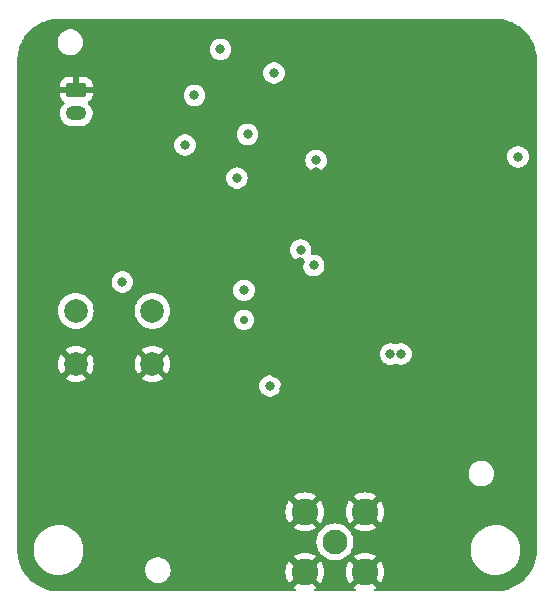
<source format=gbr>
%TF.GenerationSoftware,KiCad,Pcbnew,(6.0.4)*%
%TF.CreationDate,2022-08-25T17:00:53-03:00*%
%TF.ProjectId,rf-system-transmitter,72662d73-7973-4746-956d-2d7472616e73,rev?*%
%TF.SameCoordinates,Original*%
%TF.FileFunction,Copper,L2,Inr*%
%TF.FilePolarity,Positive*%
%FSLAX46Y46*%
G04 Gerber Fmt 4.6, Leading zero omitted, Abs format (unit mm)*
G04 Created by KiCad (PCBNEW (6.0.4)) date 2022-08-25 17:00:53*
%MOMM*%
%LPD*%
G01*
G04 APERTURE LIST*
G04 Aperture macros list*
%AMRoundRect*
0 Rectangle with rounded corners*
0 $1 Rounding radius*
0 $2 $3 $4 $5 $6 $7 $8 $9 X,Y pos of 4 corners*
0 Add a 4 corners polygon primitive as box body*
4,1,4,$2,$3,$4,$5,$6,$7,$8,$9,$2,$3,0*
0 Add four circle primitives for the rounded corners*
1,1,$1+$1,$2,$3*
1,1,$1+$1,$4,$5*
1,1,$1+$1,$6,$7*
1,1,$1+$1,$8,$9*
0 Add four rect primitives between the rounded corners*
20,1,$1+$1,$2,$3,$4,$5,0*
20,1,$1+$1,$4,$5,$6,$7,0*
20,1,$1+$1,$6,$7,$8,$9,0*
20,1,$1+$1,$8,$9,$2,$3,0*%
G04 Aperture macros list end*
%TA.AperFunction,ComponentPad*%
%ADD10RoundRect,0.250000X-0.625000X0.350000X-0.625000X-0.350000X0.625000X-0.350000X0.625000X0.350000X0*%
%TD*%
%TA.AperFunction,ComponentPad*%
%ADD11O,1.750000X1.200000*%
%TD*%
%TA.AperFunction,ComponentPad*%
%ADD12C,2.100000*%
%TD*%
%TA.AperFunction,ComponentPad*%
%ADD13C,2.250000*%
%TD*%
%TA.AperFunction,ComponentPad*%
%ADD14C,2.000000*%
%TD*%
%TA.AperFunction,ViaPad*%
%ADD15C,0.700000*%
%TD*%
%TA.AperFunction,ViaPad*%
%ADD16C,0.800000*%
%TD*%
G04 APERTURE END LIST*
D10*
%TO.N,GND*%
%TO.C,J1*%
X51500000Y-28525000D03*
D11*
%TO.N,+3V7*%
X51500000Y-30525000D03*
%TD*%
D12*
%TO.N,Net-(C13-Pad2)*%
%TO.C,J2*%
X73400000Y-66800000D03*
D13*
%TO.N,GND*%
X75950000Y-69350000D03*
X75950000Y-64250000D03*
X70850000Y-64250000D03*
X70850000Y-69350000D03*
%TD*%
D14*
%TO.N,NRST*%
%TO.C,SW1*%
X57950000Y-47250000D03*
X51450000Y-47250000D03*
%TO.N,GND*%
X57950000Y-51750000D03*
X51450000Y-51750000D03*
%TD*%
D15*
%TO.N,GND*%
X54300000Y-40100000D03*
D16*
X52000000Y-42000000D03*
X63400000Y-29000000D03*
X75200000Y-55600000D03*
X63000000Y-69000000D03*
X61200000Y-47050000D03*
X65000000Y-55000000D03*
X88900000Y-31700000D03*
X53000000Y-54000000D03*
D15*
X61400000Y-54500000D03*
D16*
X72100000Y-33100000D03*
X54700000Y-29200000D03*
X52000000Y-34000000D03*
X67650000Y-47300000D03*
X47960375Y-54000000D03*
X59700000Y-28500000D03*
X69100000Y-53900000D03*
X83020073Y-62000000D03*
X65400000Y-28000000D03*
X88900000Y-29100000D03*
X48000000Y-46000000D03*
X79020073Y-42000000D03*
X68300000Y-52500000D03*
X71800000Y-35500000D03*
X83015554Y-53998146D03*
X67300000Y-58100000D03*
X83020073Y-38000000D03*
X58800000Y-34200000D03*
X48000000Y-34000000D03*
X78400000Y-37800000D03*
X63700000Y-27000000D03*
D15*
X63800000Y-49200000D03*
D16*
X78100000Y-52500000D03*
X67200000Y-61300000D03*
X57000000Y-54000000D03*
X79020073Y-46000000D03*
X83020073Y-46000000D03*
D15*
X55500000Y-42800000D03*
D16*
X83000000Y-58000000D03*
X47993482Y-42000000D03*
X48000000Y-58000000D03*
D15*
X56700000Y-34500000D03*
D16*
X87020073Y-46000000D03*
X83020073Y-50000000D03*
X87000000Y-58000000D03*
X63800000Y-32000000D03*
X83020073Y-42000000D03*
X63000000Y-65000000D03*
X83020073Y-66000000D03*
X53000000Y-58000000D03*
X79000000Y-52500000D03*
X84000000Y-24100000D03*
X70400000Y-43100000D03*
X67000000Y-24000000D03*
X87020073Y-54000000D03*
X63000000Y-61000000D03*
D15*
X57000000Y-41400000D03*
D16*
X87000000Y-50000000D03*
X77000000Y-49300000D03*
X68900000Y-44300000D03*
X74400000Y-58000000D03*
X87020073Y-42000000D03*
%TO.N,+3V3*%
X78992988Y-50892899D03*
X63700000Y-25100000D03*
X78100000Y-50900000D03*
X61500000Y-29000000D03*
X88900000Y-34200000D03*
X71600000Y-43400000D03*
X68237500Y-27100000D03*
X55400000Y-44800000D03*
X60700000Y-33200000D03*
X71800000Y-34500000D03*
X67900000Y-53600000D03*
X70500000Y-42100000D03*
%TO.N,NRST*%
X65100000Y-36000000D03*
X66000000Y-32300000D03*
%TO.N,SPI_MOSI*%
X65700000Y-45500000D03*
D15*
X65700000Y-48000000D03*
%TD*%
%TA.AperFunction,Conductor*%
%TO.N,GND*%
G36*
X86970018Y-22510000D02*
G01*
X86984852Y-22512310D01*
X86984855Y-22512310D01*
X86993724Y-22513691D01*
X87002627Y-22512527D01*
X87002628Y-22512527D01*
X87013076Y-22511161D01*
X87035594Y-22510249D01*
X87336051Y-22525010D01*
X87348345Y-22526221D01*
X87675034Y-22574680D01*
X87687156Y-22577090D01*
X87781196Y-22600646D01*
X88007523Y-22657339D01*
X88019355Y-22660928D01*
X88330311Y-22772190D01*
X88341735Y-22776922D01*
X88409500Y-22808972D01*
X88640292Y-22918128D01*
X88651188Y-22923953D01*
X88792101Y-23008412D01*
X88934467Y-23093744D01*
X88944748Y-23100614D01*
X89210017Y-23297350D01*
X89219556Y-23305177D01*
X89464282Y-23526985D01*
X89473015Y-23535718D01*
X89694823Y-23780444D01*
X89702650Y-23789983D01*
X89803746Y-23926296D01*
X89899386Y-24055252D01*
X89906256Y-24065533D01*
X89929615Y-24104505D01*
X90034374Y-24279283D01*
X90076045Y-24348807D01*
X90081874Y-24359712D01*
X90223078Y-24658265D01*
X90227810Y-24669689D01*
X90339072Y-24980645D01*
X90342661Y-24992477D01*
X90374939Y-25121337D01*
X90417170Y-25289928D01*
X90422909Y-25312841D01*
X90425320Y-25324966D01*
X90472326Y-25641852D01*
X90473779Y-25651650D01*
X90474990Y-25663949D01*
X90486152Y-25891118D01*
X90489390Y-25957034D01*
X90488042Y-25982598D01*
X90486309Y-25993724D01*
X90488771Y-26012552D01*
X90490436Y-26025283D01*
X90491500Y-26041621D01*
X90491500Y-67450633D01*
X90490000Y-67470018D01*
X90486309Y-67493724D01*
X90487473Y-67502627D01*
X90487473Y-67502628D01*
X90488839Y-67513076D01*
X90489751Y-67535594D01*
X90477056Y-67794016D01*
X90474991Y-67836045D01*
X90473779Y-67848345D01*
X90429481Y-68146987D01*
X90425321Y-68175031D01*
X90422910Y-68187156D01*
X90421464Y-68192927D01*
X90342661Y-68507523D01*
X90339072Y-68519355D01*
X90227810Y-68830311D01*
X90223078Y-68841735D01*
X90147506Y-69001519D01*
X90087486Y-69128423D01*
X90081874Y-69140288D01*
X90076047Y-69151188D01*
X90014849Y-69253292D01*
X89906256Y-69434467D01*
X89899386Y-69444748D01*
X89888275Y-69459730D01*
X89702650Y-69710017D01*
X89694823Y-69719556D01*
X89528899Y-69902624D01*
X89473020Y-69964277D01*
X89464282Y-69973015D01*
X89219556Y-70194823D01*
X89210017Y-70202650D01*
X89073459Y-70303928D01*
X88944748Y-70399386D01*
X88934467Y-70406256D01*
X88792101Y-70491588D01*
X88651188Y-70576047D01*
X88640292Y-70581872D01*
X88505870Y-70645448D01*
X88341735Y-70723078D01*
X88330311Y-70727810D01*
X88019355Y-70839072D01*
X88007523Y-70842661D01*
X87781196Y-70899354D01*
X87687156Y-70922910D01*
X87675034Y-70925320D01*
X87348345Y-70973779D01*
X87336051Y-70974990D01*
X87042961Y-70989390D01*
X87017402Y-70988042D01*
X87006276Y-70986309D01*
X86974714Y-70990436D01*
X86958379Y-70991500D01*
X76843446Y-70991500D01*
X76775325Y-70971498D01*
X76728832Y-70917842D01*
X76718728Y-70847568D01*
X76748222Y-70782988D01*
X76777611Y-70758067D01*
X76903928Y-70680660D01*
X76909190Y-70672599D01*
X76903183Y-70662393D01*
X75962812Y-69722022D01*
X75948868Y-69714408D01*
X75947035Y-69714539D01*
X75940420Y-69718790D01*
X74998276Y-70660934D01*
X74990884Y-70674471D01*
X74994570Y-70679740D01*
X75122389Y-70758067D01*
X75170020Y-70810715D01*
X75181627Y-70880756D01*
X75153524Y-70945954D01*
X75094634Y-70985608D01*
X75056554Y-70991500D01*
X71743446Y-70991500D01*
X71675325Y-70971498D01*
X71628832Y-70917842D01*
X71618728Y-70847568D01*
X71648222Y-70782988D01*
X71677611Y-70758067D01*
X71803928Y-70680660D01*
X71809190Y-70672599D01*
X71803183Y-70662393D01*
X70862812Y-69722022D01*
X70848868Y-69714408D01*
X70847035Y-69714539D01*
X70840420Y-69718790D01*
X69898276Y-70660934D01*
X69890884Y-70674471D01*
X69894570Y-70679740D01*
X70022389Y-70758067D01*
X70070020Y-70810715D01*
X70081627Y-70880756D01*
X70053524Y-70945954D01*
X69994634Y-70985608D01*
X69956554Y-70991500D01*
X50049367Y-70991500D01*
X50029982Y-70990000D01*
X50015148Y-70987690D01*
X50015145Y-70987690D01*
X50006276Y-70986309D01*
X49997373Y-70987473D01*
X49997372Y-70987473D01*
X49986924Y-70988839D01*
X49964406Y-70989751D01*
X49663949Y-70974990D01*
X49651655Y-70973779D01*
X49324966Y-70925320D01*
X49312844Y-70922910D01*
X49218804Y-70899354D01*
X48992477Y-70842661D01*
X48980645Y-70839072D01*
X48669689Y-70727810D01*
X48658265Y-70723078D01*
X48494130Y-70645448D01*
X48359708Y-70581872D01*
X48348812Y-70576047D01*
X48207899Y-70491588D01*
X48065533Y-70406256D01*
X48055252Y-70399386D01*
X47926541Y-70303928D01*
X47789983Y-70202650D01*
X47780444Y-70194823D01*
X47535718Y-69973015D01*
X47526980Y-69964277D01*
X47471101Y-69902624D01*
X47305177Y-69719556D01*
X47297350Y-69710017D01*
X47111725Y-69459730D01*
X47100614Y-69444748D01*
X47093744Y-69434467D01*
X46985151Y-69253292D01*
X46923953Y-69151188D01*
X46918126Y-69140288D01*
X46912515Y-69128423D01*
X46852494Y-69001519D01*
X46776922Y-68841735D01*
X46772190Y-68830311D01*
X46660928Y-68519355D01*
X46657339Y-68507523D01*
X46578536Y-68192927D01*
X46577090Y-68187156D01*
X46574679Y-68175031D01*
X46570519Y-68146987D01*
X46526220Y-67848343D01*
X46525009Y-67836045D01*
X46522945Y-67794016D01*
X46518932Y-67712338D01*
X46515020Y-67632703D01*
X47890743Y-67632703D01*
X47891302Y-67636947D01*
X47891302Y-67636951D01*
X47902586Y-67722663D01*
X47928268Y-67917734D01*
X48004129Y-68195036D01*
X48005813Y-68198984D01*
X48089879Y-68396072D01*
X48116923Y-68459476D01*
X48264561Y-68706161D01*
X48444313Y-68930528D01*
X48563326Y-69043467D01*
X48611245Y-69088940D01*
X48652851Y-69128423D01*
X48886317Y-69296186D01*
X48890112Y-69298195D01*
X48890113Y-69298196D01*
X48911869Y-69309715D01*
X49140392Y-69430712D01*
X49410373Y-69529511D01*
X49691264Y-69590755D01*
X49719841Y-69593004D01*
X49914282Y-69608307D01*
X49914291Y-69608307D01*
X49916739Y-69608500D01*
X50072271Y-69608500D01*
X50074407Y-69608354D01*
X50074418Y-69608354D01*
X50282548Y-69594165D01*
X50282554Y-69594164D01*
X50286825Y-69593873D01*
X50291020Y-69593004D01*
X50291022Y-69593004D01*
X50460200Y-69557969D01*
X50568342Y-69535574D01*
X50839343Y-69439607D01*
X50927363Y-69394177D01*
X51091005Y-69309715D01*
X51091006Y-69309715D01*
X51094812Y-69307750D01*
X51098313Y-69305289D01*
X51098317Y-69305287D01*
X51212417Y-69225096D01*
X51288692Y-69171489D01*
X57311227Y-69171489D01*
X57313096Y-69200000D01*
X57324263Y-69370380D01*
X57325684Y-69375976D01*
X57325685Y-69375981D01*
X57364910Y-69530425D01*
X57373326Y-69563564D01*
X57375743Y-69568807D01*
X57412265Y-69648029D01*
X57456772Y-69744573D01*
X57571807Y-69907344D01*
X57575949Y-69911379D01*
X57631716Y-69965705D01*
X57714578Y-70046425D01*
X57880304Y-70157160D01*
X57885607Y-70159438D01*
X57885610Y-70159440D01*
X58058128Y-70233559D01*
X58063435Y-70235839D01*
X58135516Y-70252149D01*
X58252201Y-70278553D01*
X58252207Y-70278554D01*
X58257838Y-70279828D01*
X58263609Y-70280055D01*
X58263611Y-70280055D01*
X58324556Y-70282449D01*
X58457001Y-70287653D01*
X58556959Y-70273160D01*
X58648535Y-70259883D01*
X58648540Y-70259882D01*
X58654256Y-70259053D01*
X58659728Y-70257195D01*
X58659730Y-70257195D01*
X58837532Y-70196839D01*
X58837534Y-70196838D01*
X58842996Y-70194984D01*
X59016899Y-70097594D01*
X59170143Y-69970143D01*
X59297594Y-69816899D01*
X59394984Y-69642996D01*
X59406744Y-69608354D01*
X59457195Y-69459730D01*
X59457195Y-69459728D01*
X59459053Y-69454256D01*
X59459882Y-69448540D01*
X59459883Y-69448535D01*
X59473454Y-69354930D01*
X69212338Y-69354930D01*
X69231729Y-69601313D01*
X69233272Y-69611060D01*
X69290967Y-69851373D01*
X69294016Y-69860758D01*
X69388592Y-70089085D01*
X69393073Y-70097879D01*
X69519340Y-70303928D01*
X69527401Y-70309190D01*
X69537607Y-70303183D01*
X70477978Y-69362812D01*
X70484356Y-69351132D01*
X71214408Y-69351132D01*
X71214539Y-69352965D01*
X71218790Y-69359580D01*
X72160934Y-70301724D01*
X72174471Y-70309116D01*
X72179740Y-70305430D01*
X72306927Y-70097879D01*
X72311408Y-70089085D01*
X72405984Y-69860758D01*
X72409033Y-69851373D01*
X72466728Y-69611060D01*
X72468271Y-69601313D01*
X72487662Y-69354930D01*
X74312338Y-69354930D01*
X74331729Y-69601313D01*
X74333272Y-69611060D01*
X74390967Y-69851373D01*
X74394016Y-69860758D01*
X74488592Y-70089085D01*
X74493073Y-70097879D01*
X74619340Y-70303928D01*
X74627401Y-70309190D01*
X74637607Y-70303183D01*
X75577978Y-69362812D01*
X75584356Y-69351132D01*
X76314408Y-69351132D01*
X76314539Y-69352965D01*
X76318790Y-69359580D01*
X77260934Y-70301724D01*
X77274471Y-70309116D01*
X77279740Y-70305430D01*
X77406927Y-70097879D01*
X77411408Y-70089085D01*
X77505984Y-69860758D01*
X77509033Y-69851373D01*
X77566728Y-69611060D01*
X77568271Y-69601313D01*
X77587662Y-69354930D01*
X77587662Y-69345070D01*
X77568271Y-69098687D01*
X77566728Y-69088940D01*
X77509033Y-68848627D01*
X77505984Y-68839242D01*
X77411408Y-68610915D01*
X77406927Y-68602121D01*
X77280660Y-68396072D01*
X77272599Y-68390810D01*
X77262393Y-68396817D01*
X76322022Y-69337188D01*
X76314408Y-69351132D01*
X75584356Y-69351132D01*
X75585592Y-69348868D01*
X75585461Y-69347035D01*
X75581210Y-69340420D01*
X74639066Y-68398276D01*
X74625529Y-68390884D01*
X74620260Y-68394570D01*
X74493073Y-68602121D01*
X74488592Y-68610915D01*
X74394016Y-68839242D01*
X74390967Y-68848627D01*
X74333272Y-69088940D01*
X74331729Y-69098687D01*
X74312338Y-69345070D01*
X74312338Y-69354930D01*
X72487662Y-69354930D01*
X72487662Y-69345070D01*
X72468271Y-69098687D01*
X72466728Y-69088940D01*
X72409033Y-68848627D01*
X72405984Y-68839242D01*
X72311408Y-68610915D01*
X72306927Y-68602121D01*
X72180660Y-68396072D01*
X72172599Y-68390810D01*
X72162393Y-68396817D01*
X71222022Y-69337188D01*
X71214408Y-69351132D01*
X70484356Y-69351132D01*
X70485592Y-69348868D01*
X70485461Y-69347035D01*
X70481210Y-69340420D01*
X69539066Y-68398276D01*
X69525529Y-68390884D01*
X69520260Y-68394570D01*
X69393073Y-68602121D01*
X69388592Y-68610915D01*
X69294016Y-68839242D01*
X69290967Y-68848627D01*
X69233272Y-69088940D01*
X69231729Y-69098687D01*
X69212338Y-69345070D01*
X69212338Y-69354930D01*
X59473454Y-69354930D01*
X59481680Y-69298196D01*
X59487653Y-69257001D01*
X59489146Y-69200000D01*
X59470908Y-69001519D01*
X59466380Y-68985461D01*
X59418373Y-68815244D01*
X59418372Y-68815242D01*
X59416805Y-68809685D01*
X59403746Y-68783202D01*
X59331205Y-68636104D01*
X59328650Y-68630923D01*
X59307143Y-68602121D01*
X59240987Y-68513529D01*
X59209393Y-68471219D01*
X59063030Y-68335922D01*
X59058147Y-68332841D01*
X59058143Y-68332838D01*
X58899346Y-68232645D01*
X58899341Y-68232643D01*
X58894462Y-68229564D01*
X58709334Y-68155705D01*
X58513847Y-68116820D01*
X58508072Y-68116744D01*
X58508068Y-68116744D01*
X58408588Y-68115442D01*
X58314547Y-68114211D01*
X58308850Y-68115190D01*
X58308849Y-68115190D01*
X58292805Y-68117947D01*
X58118108Y-68147966D01*
X57931111Y-68216953D01*
X57759816Y-68318862D01*
X57609961Y-68450281D01*
X57486565Y-68606809D01*
X57393760Y-68783202D01*
X57377323Y-68836139D01*
X57344011Y-68943421D01*
X57334654Y-68973554D01*
X57311227Y-69171489D01*
X51288692Y-69171489D01*
X51330023Y-69142441D01*
X51487657Y-68995958D01*
X51537479Y-68949661D01*
X51537481Y-68949658D01*
X51540622Y-68946740D01*
X51722713Y-68724268D01*
X51872927Y-68479142D01*
X51878128Y-68467295D01*
X51986757Y-68219830D01*
X51988483Y-68215898D01*
X51995027Y-68192927D01*
X52042178Y-68027401D01*
X69890810Y-68027401D01*
X69896817Y-68037607D01*
X70837188Y-68977978D01*
X70851132Y-68985592D01*
X70852965Y-68985461D01*
X70859580Y-68981210D01*
X71801724Y-68039066D01*
X71809116Y-68025529D01*
X71805430Y-68020260D01*
X71597879Y-67893073D01*
X71589085Y-67888592D01*
X71360758Y-67794016D01*
X71351373Y-67790967D01*
X71111060Y-67733272D01*
X71101313Y-67731729D01*
X70854930Y-67712338D01*
X70845070Y-67712338D01*
X70598687Y-67731729D01*
X70588940Y-67733272D01*
X70348627Y-67790967D01*
X70339242Y-67794016D01*
X70110915Y-67888592D01*
X70102121Y-67893073D01*
X69896072Y-68019340D01*
X69890810Y-68027401D01*
X52042178Y-68027401D01*
X52066068Y-67943534D01*
X52067244Y-67939406D01*
X52107751Y-67654784D01*
X52107845Y-67636951D01*
X52109235Y-67371583D01*
X52109235Y-67371576D01*
X52109257Y-67367297D01*
X52071732Y-67082266D01*
X51995871Y-66804964D01*
X51993754Y-66800000D01*
X71836681Y-66800000D01*
X71855928Y-67044557D01*
X71857082Y-67049364D01*
X71857083Y-67049370D01*
X71893351Y-67200437D01*
X71913195Y-67283092D01*
X71915088Y-67287663D01*
X71915089Y-67287665D01*
X71938928Y-67345216D01*
X72007073Y-67509732D01*
X72135248Y-67718896D01*
X72138463Y-67722660D01*
X72138465Y-67722663D01*
X72245813Y-67848350D01*
X72294567Y-67905433D01*
X72298323Y-67908641D01*
X72451030Y-68039066D01*
X72481104Y-68064752D01*
X72485327Y-68067340D01*
X72485330Y-68067342D01*
X72554515Y-68109738D01*
X72690268Y-68192927D01*
X72773551Y-68227424D01*
X72912335Y-68284911D01*
X72912337Y-68284912D01*
X72916908Y-68286805D01*
X72999563Y-68306649D01*
X73150630Y-68342917D01*
X73150636Y-68342918D01*
X73155443Y-68344072D01*
X73400000Y-68363319D01*
X73644557Y-68344072D01*
X73649364Y-68342918D01*
X73649370Y-68342917D01*
X73800437Y-68306649D01*
X73883092Y-68286805D01*
X73887663Y-68284912D01*
X73887665Y-68284911D01*
X74026449Y-68227424D01*
X74109732Y-68192927D01*
X74245485Y-68109738D01*
X74314670Y-68067342D01*
X74314673Y-68067340D01*
X74318896Y-68064752D01*
X74348971Y-68039066D01*
X74362629Y-68027401D01*
X74990810Y-68027401D01*
X74996817Y-68037607D01*
X75937188Y-68977978D01*
X75951132Y-68985592D01*
X75952965Y-68985461D01*
X75959580Y-68981210D01*
X76901724Y-68039066D01*
X76909116Y-68025529D01*
X76905430Y-68020260D01*
X76697879Y-67893073D01*
X76689085Y-67888592D01*
X76460758Y-67794016D01*
X76451373Y-67790967D01*
X76211060Y-67733272D01*
X76201313Y-67731729D01*
X75954930Y-67712338D01*
X75945070Y-67712338D01*
X75698687Y-67731729D01*
X75688940Y-67733272D01*
X75448627Y-67790967D01*
X75439242Y-67794016D01*
X75210915Y-67888592D01*
X75202121Y-67893073D01*
X74996072Y-68019340D01*
X74990810Y-68027401D01*
X74362629Y-68027401D01*
X74501677Y-67908641D01*
X74505433Y-67905433D01*
X74554187Y-67848350D01*
X74661535Y-67722663D01*
X74661537Y-67722660D01*
X74664752Y-67718896D01*
X74717571Y-67632703D01*
X84890743Y-67632703D01*
X84891302Y-67636947D01*
X84891302Y-67636951D01*
X84902586Y-67722663D01*
X84928268Y-67917734D01*
X85004129Y-68195036D01*
X85005813Y-68198984D01*
X85089879Y-68396072D01*
X85116923Y-68459476D01*
X85264561Y-68706161D01*
X85444313Y-68930528D01*
X85563326Y-69043467D01*
X85611245Y-69088940D01*
X85652851Y-69128423D01*
X85886317Y-69296186D01*
X85890112Y-69298195D01*
X85890113Y-69298196D01*
X85911869Y-69309715D01*
X86140392Y-69430712D01*
X86410373Y-69529511D01*
X86691264Y-69590755D01*
X86719841Y-69593004D01*
X86914282Y-69608307D01*
X86914291Y-69608307D01*
X86916739Y-69608500D01*
X87072271Y-69608500D01*
X87074407Y-69608354D01*
X87074418Y-69608354D01*
X87282548Y-69594165D01*
X87282554Y-69594164D01*
X87286825Y-69593873D01*
X87291020Y-69593004D01*
X87291022Y-69593004D01*
X87460200Y-69557969D01*
X87568342Y-69535574D01*
X87839343Y-69439607D01*
X87927363Y-69394177D01*
X88091005Y-69309715D01*
X88091006Y-69309715D01*
X88094812Y-69307750D01*
X88098313Y-69305289D01*
X88098317Y-69305287D01*
X88212417Y-69225096D01*
X88330023Y-69142441D01*
X88487657Y-68995958D01*
X88537479Y-68949661D01*
X88537481Y-68949658D01*
X88540622Y-68946740D01*
X88722713Y-68724268D01*
X88872927Y-68479142D01*
X88878128Y-68467295D01*
X88986757Y-68219830D01*
X88988483Y-68215898D01*
X88995027Y-68192927D01*
X89066068Y-67943534D01*
X89067244Y-67939406D01*
X89107751Y-67654784D01*
X89107845Y-67636951D01*
X89109235Y-67371583D01*
X89109235Y-67371576D01*
X89109257Y-67367297D01*
X89071732Y-67082266D01*
X88995871Y-66804964D01*
X88883077Y-66540524D01*
X88808527Y-66415960D01*
X88737643Y-66297521D01*
X88737640Y-66297517D01*
X88735439Y-66293839D01*
X88555687Y-66069472D01*
X88361642Y-65885330D01*
X88350258Y-65874527D01*
X88350255Y-65874525D01*
X88347149Y-65871577D01*
X88113683Y-65703814D01*
X88103313Y-65698323D01*
X88068654Y-65679972D01*
X87859608Y-65569288D01*
X87589627Y-65470489D01*
X87308736Y-65409245D01*
X87277685Y-65406801D01*
X87085718Y-65391693D01*
X87085709Y-65391693D01*
X87083261Y-65391500D01*
X86927729Y-65391500D01*
X86925593Y-65391646D01*
X86925582Y-65391646D01*
X86717452Y-65405835D01*
X86717446Y-65405836D01*
X86713175Y-65406127D01*
X86708980Y-65406996D01*
X86708978Y-65406996D01*
X86572416Y-65435277D01*
X86431658Y-65464426D01*
X86160657Y-65560393D01*
X85905188Y-65692250D01*
X85901687Y-65694711D01*
X85901683Y-65694713D01*
X85877929Y-65711408D01*
X85669977Y-65857559D01*
X85459378Y-66053260D01*
X85277287Y-66275732D01*
X85127073Y-66520858D01*
X85011517Y-66784102D01*
X84932756Y-67060594D01*
X84892249Y-67345216D01*
X84892227Y-67349505D01*
X84892226Y-67349512D01*
X84890765Y-67628417D01*
X84890743Y-67632703D01*
X74717571Y-67632703D01*
X74792927Y-67509732D01*
X74861072Y-67345216D01*
X74884911Y-67287665D01*
X74884912Y-67287663D01*
X74886805Y-67283092D01*
X74906649Y-67200437D01*
X74942917Y-67049370D01*
X74942918Y-67049364D01*
X74944072Y-67044557D01*
X74963319Y-66800000D01*
X74944072Y-66555443D01*
X74941440Y-66544476D01*
X74887960Y-66321720D01*
X74886805Y-66316908D01*
X74877250Y-66293839D01*
X74794820Y-66094839D01*
X74792927Y-66090268D01*
X74664752Y-65881104D01*
X74654478Y-65869074D01*
X74508641Y-65698323D01*
X74505433Y-65694567D01*
X74501677Y-65691359D01*
X74364820Y-65574471D01*
X74990884Y-65574471D01*
X74994570Y-65579740D01*
X75202121Y-65706927D01*
X75210915Y-65711408D01*
X75439242Y-65805984D01*
X75448627Y-65809033D01*
X75688940Y-65866728D01*
X75698687Y-65868271D01*
X75945070Y-65887662D01*
X75954930Y-65887662D01*
X76201313Y-65868271D01*
X76211060Y-65866728D01*
X76451373Y-65809033D01*
X76460758Y-65805984D01*
X76689085Y-65711408D01*
X76697879Y-65706927D01*
X76903928Y-65580660D01*
X76909190Y-65572599D01*
X76903183Y-65562393D01*
X75962812Y-64622022D01*
X75948868Y-64614408D01*
X75947035Y-64614539D01*
X75940420Y-64618790D01*
X74998276Y-65560934D01*
X74990884Y-65574471D01*
X74364820Y-65574471D01*
X74322663Y-65538465D01*
X74322660Y-65538463D01*
X74318896Y-65535248D01*
X74314673Y-65532660D01*
X74314670Y-65532658D01*
X74213218Y-65470489D01*
X74109732Y-65407073D01*
X73965033Y-65347136D01*
X73887665Y-65315089D01*
X73887663Y-65315088D01*
X73883092Y-65313195D01*
X73800437Y-65293351D01*
X73649370Y-65257083D01*
X73649364Y-65257082D01*
X73644557Y-65255928D01*
X73400000Y-65236681D01*
X73155443Y-65255928D01*
X73150636Y-65257082D01*
X73150630Y-65257083D01*
X72999563Y-65293351D01*
X72916908Y-65313195D01*
X72912337Y-65315088D01*
X72912335Y-65315089D01*
X72834967Y-65347136D01*
X72690268Y-65407073D01*
X72586782Y-65470489D01*
X72485330Y-65532658D01*
X72485327Y-65532660D01*
X72481104Y-65535248D01*
X72477340Y-65538463D01*
X72477337Y-65538465D01*
X72298323Y-65691359D01*
X72294567Y-65694567D01*
X72291359Y-65698323D01*
X72145523Y-65869074D01*
X72135248Y-65881104D01*
X72007073Y-66090268D01*
X72005180Y-66094839D01*
X71922751Y-66293839D01*
X71913195Y-66316908D01*
X71912040Y-66321720D01*
X71858561Y-66544476D01*
X71855928Y-66555443D01*
X71836681Y-66800000D01*
X51993754Y-66800000D01*
X51883077Y-66540524D01*
X51808527Y-66415960D01*
X51737643Y-66297521D01*
X51737640Y-66297517D01*
X51735439Y-66293839D01*
X51555687Y-66069472D01*
X51361642Y-65885330D01*
X51350258Y-65874527D01*
X51350255Y-65874525D01*
X51347149Y-65871577D01*
X51113683Y-65703814D01*
X51103313Y-65698323D01*
X51068654Y-65679972D01*
X50869397Y-65574471D01*
X69890884Y-65574471D01*
X69894570Y-65579740D01*
X70102121Y-65706927D01*
X70110915Y-65711408D01*
X70339242Y-65805984D01*
X70348627Y-65809033D01*
X70588940Y-65866728D01*
X70598687Y-65868271D01*
X70845070Y-65887662D01*
X70854930Y-65887662D01*
X71101313Y-65868271D01*
X71111060Y-65866728D01*
X71351373Y-65809033D01*
X71360758Y-65805984D01*
X71589085Y-65711408D01*
X71597879Y-65706927D01*
X71803928Y-65580660D01*
X71809190Y-65572599D01*
X71803183Y-65562393D01*
X70862812Y-64622022D01*
X70848868Y-64614408D01*
X70847035Y-64614539D01*
X70840420Y-64618790D01*
X69898276Y-65560934D01*
X69890884Y-65574471D01*
X50869397Y-65574471D01*
X50859608Y-65569288D01*
X50589627Y-65470489D01*
X50308736Y-65409245D01*
X50277685Y-65406801D01*
X50085718Y-65391693D01*
X50085709Y-65391693D01*
X50083261Y-65391500D01*
X49927729Y-65391500D01*
X49925593Y-65391646D01*
X49925582Y-65391646D01*
X49717452Y-65405835D01*
X49717446Y-65405836D01*
X49713175Y-65406127D01*
X49708980Y-65406996D01*
X49708978Y-65406996D01*
X49572416Y-65435277D01*
X49431658Y-65464426D01*
X49160657Y-65560393D01*
X48905188Y-65692250D01*
X48901687Y-65694711D01*
X48901683Y-65694713D01*
X48877929Y-65711408D01*
X48669977Y-65857559D01*
X48459378Y-66053260D01*
X48277287Y-66275732D01*
X48127073Y-66520858D01*
X48011517Y-66784102D01*
X47932756Y-67060594D01*
X47892249Y-67345216D01*
X47892227Y-67349505D01*
X47892226Y-67349512D01*
X47890765Y-67628417D01*
X47890743Y-67632703D01*
X46515020Y-67632703D01*
X46510795Y-67546695D01*
X46512387Y-67519619D01*
X46513576Y-67512552D01*
X46513729Y-67500000D01*
X46509773Y-67472376D01*
X46508500Y-67454514D01*
X46508500Y-64254930D01*
X69212338Y-64254930D01*
X69231729Y-64501313D01*
X69233272Y-64511060D01*
X69290967Y-64751373D01*
X69294016Y-64760758D01*
X69388592Y-64989085D01*
X69393073Y-64997879D01*
X69519340Y-65203928D01*
X69527401Y-65209190D01*
X69537607Y-65203183D01*
X70477978Y-64262812D01*
X70484356Y-64251132D01*
X71214408Y-64251132D01*
X71214539Y-64252965D01*
X71218790Y-64259580D01*
X72160934Y-65201724D01*
X72174471Y-65209116D01*
X72179740Y-65205430D01*
X72306927Y-64997879D01*
X72311408Y-64989085D01*
X72405984Y-64760758D01*
X72409033Y-64751373D01*
X72466728Y-64511060D01*
X72468271Y-64501313D01*
X72487662Y-64254930D01*
X74312338Y-64254930D01*
X74331729Y-64501313D01*
X74333272Y-64511060D01*
X74390967Y-64751373D01*
X74394016Y-64760758D01*
X74488592Y-64989085D01*
X74493073Y-64997879D01*
X74619340Y-65203928D01*
X74627401Y-65209190D01*
X74637607Y-65203183D01*
X75577978Y-64262812D01*
X75584356Y-64251132D01*
X76314408Y-64251132D01*
X76314539Y-64252965D01*
X76318790Y-64259580D01*
X77260934Y-65201724D01*
X77274471Y-65209116D01*
X77279740Y-65205430D01*
X77406927Y-64997879D01*
X77411408Y-64989085D01*
X77505984Y-64760758D01*
X77509033Y-64751373D01*
X77566728Y-64511060D01*
X77568271Y-64501313D01*
X77587662Y-64254930D01*
X77587662Y-64245070D01*
X77568271Y-63998687D01*
X77566728Y-63988940D01*
X77509033Y-63748627D01*
X77505984Y-63739242D01*
X77411408Y-63510915D01*
X77406927Y-63502121D01*
X77280660Y-63296072D01*
X77272599Y-63290810D01*
X77262393Y-63296817D01*
X76322022Y-64237188D01*
X76314408Y-64251132D01*
X75584356Y-64251132D01*
X75585592Y-64248868D01*
X75585461Y-64247035D01*
X75581210Y-64240420D01*
X74639066Y-63298276D01*
X74625529Y-63290884D01*
X74620260Y-63294570D01*
X74493073Y-63502121D01*
X74488592Y-63510915D01*
X74394016Y-63739242D01*
X74390967Y-63748627D01*
X74333272Y-63988940D01*
X74331729Y-63998687D01*
X74312338Y-64245070D01*
X74312338Y-64254930D01*
X72487662Y-64254930D01*
X72487662Y-64245070D01*
X72468271Y-63998687D01*
X72466728Y-63988940D01*
X72409033Y-63748627D01*
X72405984Y-63739242D01*
X72311408Y-63510915D01*
X72306927Y-63502121D01*
X72180660Y-63296072D01*
X72172599Y-63290810D01*
X72162393Y-63296817D01*
X71222022Y-64237188D01*
X71214408Y-64251132D01*
X70484356Y-64251132D01*
X70485592Y-64248868D01*
X70485461Y-64247035D01*
X70481210Y-64240420D01*
X69539066Y-63298276D01*
X69525529Y-63290884D01*
X69520260Y-63294570D01*
X69393073Y-63502121D01*
X69388592Y-63510915D01*
X69294016Y-63739242D01*
X69290967Y-63748627D01*
X69233272Y-63988940D01*
X69231729Y-63998687D01*
X69212338Y-64245070D01*
X69212338Y-64254930D01*
X46508500Y-64254930D01*
X46508500Y-62927401D01*
X69890810Y-62927401D01*
X69896817Y-62937607D01*
X70837188Y-63877978D01*
X70851132Y-63885592D01*
X70852965Y-63885461D01*
X70859580Y-63881210D01*
X71801724Y-62939066D01*
X71808094Y-62927401D01*
X74990810Y-62927401D01*
X74996817Y-62937607D01*
X75937188Y-63877978D01*
X75951132Y-63885592D01*
X75952965Y-63885461D01*
X75959580Y-63881210D01*
X76901724Y-62939066D01*
X76909116Y-62925529D01*
X76905430Y-62920260D01*
X76697879Y-62793073D01*
X76689085Y-62788592D01*
X76460758Y-62694016D01*
X76451373Y-62690967D01*
X76211060Y-62633272D01*
X76201313Y-62631729D01*
X75954930Y-62612338D01*
X75945070Y-62612338D01*
X75698687Y-62631729D01*
X75688940Y-62633272D01*
X75448627Y-62690967D01*
X75439242Y-62694016D01*
X75210915Y-62788592D01*
X75202121Y-62793073D01*
X74996072Y-62919340D01*
X74990810Y-62927401D01*
X71808094Y-62927401D01*
X71809116Y-62925529D01*
X71805430Y-62920260D01*
X71597879Y-62793073D01*
X71589085Y-62788592D01*
X71360758Y-62694016D01*
X71351373Y-62690967D01*
X71111060Y-62633272D01*
X71101313Y-62631729D01*
X70854930Y-62612338D01*
X70845070Y-62612338D01*
X70598687Y-62631729D01*
X70588940Y-62633272D01*
X70348627Y-62690967D01*
X70339242Y-62694016D01*
X70110915Y-62788592D01*
X70102121Y-62793073D01*
X69896072Y-62919340D01*
X69890810Y-62927401D01*
X46508500Y-62927401D01*
X46508500Y-60971489D01*
X84711227Y-60971489D01*
X84713096Y-61000000D01*
X84724263Y-61170380D01*
X84773326Y-61363564D01*
X84775743Y-61368807D01*
X84812265Y-61448029D01*
X84856772Y-61544573D01*
X84971807Y-61707344D01*
X85114578Y-61846425D01*
X85280304Y-61957160D01*
X85285607Y-61959438D01*
X85285610Y-61959440D01*
X85458128Y-62033559D01*
X85463435Y-62035839D01*
X85535516Y-62052149D01*
X85652201Y-62078553D01*
X85652207Y-62078554D01*
X85657838Y-62079828D01*
X85663609Y-62080055D01*
X85663611Y-62080055D01*
X85724556Y-62082449D01*
X85857001Y-62087653D01*
X85956959Y-62073160D01*
X86048535Y-62059883D01*
X86048540Y-62059882D01*
X86054256Y-62059053D01*
X86059728Y-62057195D01*
X86059730Y-62057195D01*
X86237532Y-61996839D01*
X86237534Y-61996838D01*
X86242996Y-61994984D01*
X86416899Y-61897594D01*
X86570143Y-61770143D01*
X86697594Y-61616899D01*
X86794984Y-61442996D01*
X86859053Y-61254256D01*
X86859882Y-61248540D01*
X86859883Y-61248535D01*
X86876918Y-61131039D01*
X86887653Y-61057001D01*
X86889146Y-61000000D01*
X86870908Y-60801519D01*
X86816805Y-60609685D01*
X86803746Y-60583202D01*
X86731205Y-60436104D01*
X86728650Y-60430923D01*
X86609393Y-60271219D01*
X86463030Y-60135922D01*
X86458147Y-60132841D01*
X86458143Y-60132838D01*
X86299346Y-60032645D01*
X86299341Y-60032643D01*
X86294462Y-60029564D01*
X86109334Y-59955705D01*
X85913847Y-59916820D01*
X85908072Y-59916744D01*
X85908068Y-59916744D01*
X85808588Y-59915442D01*
X85714547Y-59914211D01*
X85708850Y-59915190D01*
X85708849Y-59915190D01*
X85692805Y-59917947D01*
X85518108Y-59947966D01*
X85331111Y-60016953D01*
X85159816Y-60118862D01*
X85009961Y-60250281D01*
X84886565Y-60406809D01*
X84793760Y-60583202D01*
X84734654Y-60773554D01*
X84711227Y-60971489D01*
X46508500Y-60971489D01*
X46508500Y-53600000D01*
X66986496Y-53600000D01*
X67006458Y-53789928D01*
X67065473Y-53971556D01*
X67160960Y-54136944D01*
X67288747Y-54278866D01*
X67443248Y-54391118D01*
X67449276Y-54393802D01*
X67449278Y-54393803D01*
X67611681Y-54466109D01*
X67617712Y-54468794D01*
X67711112Y-54488647D01*
X67798056Y-54507128D01*
X67798061Y-54507128D01*
X67804513Y-54508500D01*
X67995487Y-54508500D01*
X68001939Y-54507128D01*
X68001944Y-54507128D01*
X68088888Y-54488647D01*
X68182288Y-54468794D01*
X68188319Y-54466109D01*
X68350722Y-54393803D01*
X68350724Y-54393802D01*
X68356752Y-54391118D01*
X68511253Y-54278866D01*
X68639040Y-54136944D01*
X68734527Y-53971556D01*
X68793542Y-53789928D01*
X68813504Y-53600000D01*
X68793542Y-53410072D01*
X68734527Y-53228444D01*
X68639040Y-53063056D01*
X68575573Y-52992568D01*
X68515675Y-52926045D01*
X68515674Y-52926044D01*
X68511253Y-52921134D01*
X68356752Y-52808882D01*
X68350724Y-52806198D01*
X68350722Y-52806197D01*
X68188319Y-52733891D01*
X68188318Y-52733891D01*
X68182288Y-52731206D01*
X68088887Y-52711353D01*
X68001944Y-52692872D01*
X68001939Y-52692872D01*
X67995487Y-52691500D01*
X67804513Y-52691500D01*
X67798061Y-52692872D01*
X67798056Y-52692872D01*
X67711113Y-52711353D01*
X67617712Y-52731206D01*
X67611682Y-52733891D01*
X67611681Y-52733891D01*
X67449278Y-52806197D01*
X67449276Y-52806198D01*
X67443248Y-52808882D01*
X67288747Y-52921134D01*
X67284326Y-52926044D01*
X67284325Y-52926045D01*
X67224428Y-52992568D01*
X67160960Y-53063056D01*
X67065473Y-53228444D01*
X67006458Y-53410072D01*
X66986496Y-53600000D01*
X46508500Y-53600000D01*
X46508500Y-52982670D01*
X50582160Y-52982670D01*
X50587887Y-52990320D01*
X50759042Y-53095205D01*
X50767837Y-53099687D01*
X50977988Y-53186734D01*
X50987373Y-53189783D01*
X51208554Y-53242885D01*
X51218301Y-53244428D01*
X51445070Y-53262275D01*
X51454930Y-53262275D01*
X51681699Y-53244428D01*
X51691446Y-53242885D01*
X51912627Y-53189783D01*
X51922012Y-53186734D01*
X52132163Y-53099687D01*
X52140958Y-53095205D01*
X52308445Y-52992568D01*
X52317400Y-52982670D01*
X57082160Y-52982670D01*
X57087887Y-52990320D01*
X57259042Y-53095205D01*
X57267837Y-53099687D01*
X57477988Y-53186734D01*
X57487373Y-53189783D01*
X57708554Y-53242885D01*
X57718301Y-53244428D01*
X57945070Y-53262275D01*
X57954930Y-53262275D01*
X58181699Y-53244428D01*
X58191446Y-53242885D01*
X58412627Y-53189783D01*
X58422012Y-53186734D01*
X58632163Y-53099687D01*
X58640958Y-53095205D01*
X58808445Y-52992568D01*
X58817907Y-52982110D01*
X58814124Y-52973334D01*
X57962812Y-52122022D01*
X57948868Y-52114408D01*
X57947035Y-52114539D01*
X57940420Y-52118790D01*
X57088920Y-52970290D01*
X57082160Y-52982670D01*
X52317400Y-52982670D01*
X52317907Y-52982110D01*
X52314124Y-52973334D01*
X51462812Y-52122022D01*
X51448868Y-52114408D01*
X51447035Y-52114539D01*
X51440420Y-52118790D01*
X50588920Y-52970290D01*
X50582160Y-52982670D01*
X46508500Y-52982670D01*
X46508500Y-51754930D01*
X49937725Y-51754930D01*
X49955572Y-51981699D01*
X49957115Y-51991446D01*
X50010217Y-52212627D01*
X50013266Y-52222012D01*
X50100313Y-52432163D01*
X50104795Y-52440958D01*
X50207432Y-52608445D01*
X50217890Y-52617907D01*
X50226666Y-52614124D01*
X51077978Y-51762812D01*
X51084356Y-51751132D01*
X51814408Y-51751132D01*
X51814539Y-51752965D01*
X51818790Y-51759580D01*
X52670290Y-52611080D01*
X52682670Y-52617840D01*
X52690320Y-52612113D01*
X52795205Y-52440958D01*
X52799687Y-52432163D01*
X52886734Y-52222012D01*
X52889783Y-52212627D01*
X52942885Y-51991446D01*
X52944428Y-51981699D01*
X52962275Y-51754930D01*
X56437725Y-51754930D01*
X56455572Y-51981699D01*
X56457115Y-51991446D01*
X56510217Y-52212627D01*
X56513266Y-52222012D01*
X56600313Y-52432163D01*
X56604795Y-52440958D01*
X56707432Y-52608445D01*
X56717890Y-52617907D01*
X56726666Y-52614124D01*
X57577978Y-51762812D01*
X57584356Y-51751132D01*
X58314408Y-51751132D01*
X58314539Y-51752965D01*
X58318790Y-51759580D01*
X59170290Y-52611080D01*
X59182670Y-52617840D01*
X59190320Y-52612113D01*
X59295205Y-52440958D01*
X59299687Y-52432163D01*
X59386734Y-52222012D01*
X59389783Y-52212627D01*
X59442885Y-51991446D01*
X59444428Y-51981699D01*
X59462275Y-51754930D01*
X59462275Y-51745070D01*
X59444428Y-51518301D01*
X59442885Y-51508554D01*
X59389783Y-51287373D01*
X59386734Y-51277988D01*
X59299687Y-51067837D01*
X59295205Y-51059042D01*
X59197743Y-50900000D01*
X77186496Y-50900000D01*
X77187186Y-50906565D01*
X77205712Y-51082827D01*
X77206458Y-51089928D01*
X77265473Y-51271556D01*
X77268776Y-51277278D01*
X77268777Y-51277279D01*
X77274605Y-51287373D01*
X77360960Y-51436944D01*
X77488747Y-51578866D01*
X77587843Y-51650864D01*
X77628133Y-51680136D01*
X77643248Y-51691118D01*
X77649276Y-51693802D01*
X77649278Y-51693803D01*
X77811677Y-51766107D01*
X77817712Y-51768794D01*
X77911112Y-51788647D01*
X77998056Y-51807128D01*
X77998061Y-51807128D01*
X78004513Y-51808500D01*
X78195487Y-51808500D01*
X78201939Y-51807128D01*
X78201944Y-51807128D01*
X78340660Y-51777642D01*
X78382288Y-51768794D01*
X78388321Y-51766108D01*
X78388324Y-51766107D01*
X78503221Y-51714952D01*
X78573588Y-51705518D01*
X78605717Y-51714952D01*
X78704664Y-51759006D01*
X78704667Y-51759007D01*
X78710700Y-51761693D01*
X78750562Y-51770166D01*
X78891044Y-51800027D01*
X78891049Y-51800027D01*
X78897501Y-51801399D01*
X79088475Y-51801399D01*
X79094927Y-51800027D01*
X79094932Y-51800027D01*
X79181876Y-51781546D01*
X79275276Y-51761693D01*
X79312612Y-51745070D01*
X79443710Y-51686702D01*
X79443712Y-51686701D01*
X79449740Y-51684017D01*
X79604241Y-51571765D01*
X79652380Y-51518301D01*
X79727609Y-51434751D01*
X79727610Y-51434750D01*
X79732028Y-51429843D01*
X79827515Y-51264455D01*
X79886530Y-51082827D01*
X79888106Y-51067837D01*
X79905802Y-50899464D01*
X79906492Y-50892899D01*
X79887966Y-50716635D01*
X79887220Y-50709534D01*
X79887220Y-50709532D01*
X79886530Y-50702971D01*
X79827515Y-50521343D01*
X79820782Y-50509680D01*
X79739429Y-50368774D01*
X79732028Y-50355955D01*
X79690846Y-50310217D01*
X79608663Y-50218944D01*
X79608662Y-50218943D01*
X79604241Y-50214033D01*
X79505145Y-50142035D01*
X79455082Y-50105662D01*
X79455081Y-50105661D01*
X79449740Y-50101781D01*
X79443712Y-50099097D01*
X79443710Y-50099096D01*
X79281307Y-50026790D01*
X79281306Y-50026790D01*
X79275276Y-50024105D01*
X79181875Y-50004252D01*
X79094932Y-49985771D01*
X79094927Y-49985771D01*
X79088475Y-49984399D01*
X78897501Y-49984399D01*
X78891049Y-49985771D01*
X78891044Y-49985771D01*
X78752328Y-50015257D01*
X78710700Y-50024105D01*
X78704667Y-50026791D01*
X78704664Y-50026792D01*
X78589767Y-50077947D01*
X78519400Y-50087381D01*
X78487271Y-50077947D01*
X78388324Y-50033893D01*
X78388321Y-50033892D01*
X78382288Y-50031206D01*
X78340660Y-50022358D01*
X78201944Y-49992872D01*
X78201939Y-49992872D01*
X78195487Y-49991500D01*
X78004513Y-49991500D01*
X77998061Y-49992872D01*
X77998056Y-49992872D01*
X77911113Y-50011353D01*
X77817712Y-50031206D01*
X77811682Y-50033891D01*
X77811681Y-50033891D01*
X77649278Y-50106197D01*
X77649276Y-50106198D01*
X77643248Y-50108882D01*
X77488747Y-50221134D01*
X77484326Y-50226044D01*
X77484325Y-50226045D01*
X77456350Y-50257115D01*
X77360960Y-50363056D01*
X77265473Y-50528444D01*
X77206458Y-50710072D01*
X77186496Y-50900000D01*
X59197743Y-50900000D01*
X59192568Y-50891555D01*
X59182110Y-50882093D01*
X59173334Y-50885876D01*
X58322022Y-51737188D01*
X58314408Y-51751132D01*
X57584356Y-51751132D01*
X57585592Y-51748868D01*
X57585461Y-51747035D01*
X57581210Y-51740420D01*
X56729710Y-50888920D01*
X56717330Y-50882160D01*
X56709680Y-50887887D01*
X56604795Y-51059042D01*
X56600313Y-51067837D01*
X56513266Y-51277988D01*
X56510217Y-51287373D01*
X56457115Y-51508554D01*
X56455572Y-51518301D01*
X56437725Y-51745070D01*
X56437725Y-51754930D01*
X52962275Y-51754930D01*
X52962275Y-51745070D01*
X52944428Y-51518301D01*
X52942885Y-51508554D01*
X52889783Y-51287373D01*
X52886734Y-51277988D01*
X52799687Y-51067837D01*
X52795205Y-51059042D01*
X52692568Y-50891555D01*
X52682110Y-50882093D01*
X52673334Y-50885876D01*
X51822022Y-51737188D01*
X51814408Y-51751132D01*
X51084356Y-51751132D01*
X51085592Y-51748868D01*
X51085461Y-51747035D01*
X51081210Y-51740420D01*
X50229710Y-50888920D01*
X50217330Y-50882160D01*
X50209680Y-50887887D01*
X50104795Y-51059042D01*
X50100313Y-51067837D01*
X50013266Y-51277988D01*
X50010217Y-51287373D01*
X49957115Y-51508554D01*
X49955572Y-51518301D01*
X49937725Y-51745070D01*
X49937725Y-51754930D01*
X46508500Y-51754930D01*
X46508500Y-50517890D01*
X50582093Y-50517890D01*
X50585876Y-50526666D01*
X51437188Y-51377978D01*
X51451132Y-51385592D01*
X51452965Y-51385461D01*
X51459580Y-51381210D01*
X52311080Y-50529710D01*
X52317534Y-50517890D01*
X57082093Y-50517890D01*
X57085876Y-50526666D01*
X57937188Y-51377978D01*
X57951132Y-51385592D01*
X57952965Y-51385461D01*
X57959580Y-51381210D01*
X58811080Y-50529710D01*
X58817840Y-50517330D01*
X58812113Y-50509680D01*
X58640958Y-50404795D01*
X58632163Y-50400313D01*
X58422012Y-50313266D01*
X58412627Y-50310217D01*
X58191446Y-50257115D01*
X58181699Y-50255572D01*
X57954930Y-50237725D01*
X57945070Y-50237725D01*
X57718301Y-50255572D01*
X57708554Y-50257115D01*
X57487373Y-50310217D01*
X57477988Y-50313266D01*
X57267837Y-50400313D01*
X57259042Y-50404795D01*
X57091555Y-50507432D01*
X57082093Y-50517890D01*
X52317534Y-50517890D01*
X52317840Y-50517330D01*
X52312113Y-50509680D01*
X52140958Y-50404795D01*
X52132163Y-50400313D01*
X51922012Y-50313266D01*
X51912627Y-50310217D01*
X51691446Y-50257115D01*
X51681699Y-50255572D01*
X51454930Y-50237725D01*
X51445070Y-50237725D01*
X51218301Y-50255572D01*
X51208554Y-50257115D01*
X50987373Y-50310217D01*
X50977988Y-50313266D01*
X50767837Y-50400313D01*
X50759042Y-50404795D01*
X50591555Y-50507432D01*
X50582093Y-50517890D01*
X46508500Y-50517890D01*
X46508500Y-47250000D01*
X49936835Y-47250000D01*
X49955465Y-47486711D01*
X49956619Y-47491518D01*
X49956620Y-47491524D01*
X49958253Y-47498325D01*
X50010895Y-47717594D01*
X50101760Y-47936963D01*
X50104346Y-47941183D01*
X50223241Y-48135202D01*
X50223245Y-48135208D01*
X50225824Y-48139416D01*
X50380031Y-48319969D01*
X50560584Y-48474176D01*
X50564792Y-48476755D01*
X50564798Y-48476759D01*
X50758817Y-48595654D01*
X50763037Y-48598240D01*
X50767607Y-48600133D01*
X50767611Y-48600135D01*
X50977833Y-48687211D01*
X50982406Y-48689105D01*
X51062609Y-48708360D01*
X51208476Y-48743380D01*
X51208482Y-48743381D01*
X51213289Y-48744535D01*
X51450000Y-48763165D01*
X51686711Y-48744535D01*
X51691518Y-48743381D01*
X51691524Y-48743380D01*
X51837391Y-48708360D01*
X51917594Y-48689105D01*
X51922167Y-48687211D01*
X52132389Y-48600135D01*
X52132393Y-48600133D01*
X52136963Y-48598240D01*
X52141183Y-48595654D01*
X52335202Y-48476759D01*
X52335208Y-48476755D01*
X52339416Y-48474176D01*
X52519969Y-48319969D01*
X52674176Y-48139416D01*
X52676755Y-48135208D01*
X52676759Y-48135202D01*
X52795654Y-47941183D01*
X52798240Y-47936963D01*
X52889105Y-47717594D01*
X52941747Y-47498325D01*
X52943380Y-47491524D01*
X52943381Y-47491518D01*
X52944535Y-47486711D01*
X52963165Y-47250000D01*
X56436835Y-47250000D01*
X56455465Y-47486711D01*
X56456619Y-47491518D01*
X56456620Y-47491524D01*
X56458253Y-47498325D01*
X56510895Y-47717594D01*
X56601760Y-47936963D01*
X56604346Y-47941183D01*
X56723241Y-48135202D01*
X56723245Y-48135208D01*
X56725824Y-48139416D01*
X56880031Y-48319969D01*
X57060584Y-48474176D01*
X57064792Y-48476755D01*
X57064798Y-48476759D01*
X57258817Y-48595654D01*
X57263037Y-48598240D01*
X57267607Y-48600133D01*
X57267611Y-48600135D01*
X57477833Y-48687211D01*
X57482406Y-48689105D01*
X57562609Y-48708360D01*
X57708476Y-48743380D01*
X57708482Y-48743381D01*
X57713289Y-48744535D01*
X57950000Y-48763165D01*
X58186711Y-48744535D01*
X58191518Y-48743381D01*
X58191524Y-48743380D01*
X58337391Y-48708360D01*
X58417594Y-48689105D01*
X58422167Y-48687211D01*
X58632389Y-48600135D01*
X58632393Y-48600133D01*
X58636963Y-48598240D01*
X58641183Y-48595654D01*
X58835202Y-48476759D01*
X58835208Y-48476755D01*
X58839416Y-48474176D01*
X59019969Y-48319969D01*
X59174176Y-48139416D01*
X59176755Y-48135208D01*
X59176759Y-48135202D01*
X59259611Y-48000000D01*
X64836771Y-48000000D01*
X64837461Y-48006565D01*
X64851425Y-48139416D01*
X64855635Y-48179475D01*
X64911401Y-48351107D01*
X65001633Y-48507393D01*
X65006051Y-48512300D01*
X65006052Y-48512301D01*
X65083432Y-48598240D01*
X65122387Y-48641504D01*
X65127729Y-48645385D01*
X65127731Y-48645387D01*
X65262607Y-48743380D01*
X65268385Y-48747578D01*
X65274413Y-48750262D01*
X65274415Y-48750263D01*
X65427217Y-48818295D01*
X65433248Y-48820980D01*
X65521508Y-48839740D01*
X65603311Y-48857128D01*
X65603315Y-48857128D01*
X65609768Y-48858500D01*
X65790232Y-48858500D01*
X65796685Y-48857128D01*
X65796689Y-48857128D01*
X65878492Y-48839740D01*
X65966752Y-48820980D01*
X65972783Y-48818295D01*
X66125585Y-48750263D01*
X66125587Y-48750262D01*
X66131615Y-48747578D01*
X66137393Y-48743380D01*
X66272269Y-48645387D01*
X66272271Y-48645385D01*
X66277613Y-48641504D01*
X66316568Y-48598240D01*
X66393948Y-48512301D01*
X66393949Y-48512300D01*
X66398367Y-48507393D01*
X66488599Y-48351107D01*
X66544365Y-48179475D01*
X66548576Y-48139416D01*
X66562539Y-48006565D01*
X66563229Y-48000000D01*
X66544365Y-47820525D01*
X66488599Y-47648893D01*
X66398367Y-47492607D01*
X66277613Y-47358496D01*
X66131615Y-47252422D01*
X66125587Y-47249738D01*
X66125585Y-47249737D01*
X65972783Y-47181705D01*
X65972781Y-47181705D01*
X65966752Y-47179020D01*
X65878492Y-47160260D01*
X65796689Y-47142872D01*
X65796685Y-47142872D01*
X65790232Y-47141500D01*
X65609768Y-47141500D01*
X65603315Y-47142872D01*
X65603311Y-47142872D01*
X65521508Y-47160260D01*
X65433248Y-47179020D01*
X65427219Y-47181704D01*
X65427217Y-47181705D01*
X65274416Y-47249737D01*
X65274414Y-47249738D01*
X65268386Y-47252422D01*
X65263045Y-47256302D01*
X65263044Y-47256303D01*
X65127731Y-47354613D01*
X65127729Y-47354615D01*
X65122387Y-47358496D01*
X65001633Y-47492607D01*
X64911401Y-47648893D01*
X64855635Y-47820525D01*
X64836771Y-48000000D01*
X59259611Y-48000000D01*
X59295654Y-47941183D01*
X59298240Y-47936963D01*
X59389105Y-47717594D01*
X59441747Y-47498325D01*
X59443380Y-47491524D01*
X59443381Y-47491518D01*
X59444535Y-47486711D01*
X59463165Y-47250000D01*
X59444535Y-47013289D01*
X59389105Y-46782406D01*
X59298240Y-46563037D01*
X59295654Y-46558817D01*
X59176759Y-46364798D01*
X59176755Y-46364792D01*
X59174176Y-46360584D01*
X59019969Y-46180031D01*
X58839416Y-46025824D01*
X58835208Y-46023245D01*
X58835202Y-46023241D01*
X58641183Y-45904346D01*
X58636963Y-45901760D01*
X58632393Y-45899867D01*
X58632389Y-45899865D01*
X58422167Y-45812789D01*
X58422165Y-45812788D01*
X58417594Y-45810895D01*
X58337391Y-45791640D01*
X58191524Y-45756620D01*
X58191518Y-45756619D01*
X58186711Y-45755465D01*
X57950000Y-45736835D01*
X57713289Y-45755465D01*
X57708482Y-45756619D01*
X57708476Y-45756620D01*
X57562609Y-45791640D01*
X57482406Y-45810895D01*
X57477835Y-45812788D01*
X57477833Y-45812789D01*
X57267611Y-45899865D01*
X57267607Y-45899867D01*
X57263037Y-45901760D01*
X57258817Y-45904346D01*
X57064798Y-46023241D01*
X57064792Y-46023245D01*
X57060584Y-46025824D01*
X56880031Y-46180031D01*
X56725824Y-46360584D01*
X56723245Y-46364792D01*
X56723241Y-46364798D01*
X56604346Y-46558817D01*
X56601760Y-46563037D01*
X56510895Y-46782406D01*
X56455465Y-47013289D01*
X56436835Y-47250000D01*
X52963165Y-47250000D01*
X52944535Y-47013289D01*
X52889105Y-46782406D01*
X52798240Y-46563037D01*
X52795654Y-46558817D01*
X52676759Y-46364798D01*
X52676755Y-46364792D01*
X52674176Y-46360584D01*
X52519969Y-46180031D01*
X52339416Y-46025824D01*
X52335208Y-46023245D01*
X52335202Y-46023241D01*
X52141183Y-45904346D01*
X52136963Y-45901760D01*
X52132393Y-45899867D01*
X52132389Y-45899865D01*
X51922167Y-45812789D01*
X51922165Y-45812788D01*
X51917594Y-45810895D01*
X51837391Y-45791640D01*
X51691524Y-45756620D01*
X51691518Y-45756619D01*
X51686711Y-45755465D01*
X51450000Y-45736835D01*
X51213289Y-45755465D01*
X51208482Y-45756619D01*
X51208476Y-45756620D01*
X51062609Y-45791640D01*
X50982406Y-45810895D01*
X50977835Y-45812788D01*
X50977833Y-45812789D01*
X50767611Y-45899865D01*
X50767607Y-45899867D01*
X50763037Y-45901760D01*
X50758817Y-45904346D01*
X50564798Y-46023241D01*
X50564792Y-46023245D01*
X50560584Y-46025824D01*
X50380031Y-46180031D01*
X50225824Y-46360584D01*
X50223245Y-46364792D01*
X50223241Y-46364798D01*
X50104346Y-46558817D01*
X50101760Y-46563037D01*
X50010895Y-46782406D01*
X49955465Y-47013289D01*
X49936835Y-47250000D01*
X46508500Y-47250000D01*
X46508500Y-44800000D01*
X54486496Y-44800000D01*
X54487186Y-44806565D01*
X54504235Y-44968774D01*
X54506458Y-44989928D01*
X54565473Y-45171556D01*
X54660960Y-45336944D01*
X54788747Y-45478866D01*
X54943248Y-45591118D01*
X54949276Y-45593802D01*
X54949278Y-45593803D01*
X55111681Y-45666109D01*
X55117712Y-45668794D01*
X55186263Y-45683365D01*
X55298056Y-45707128D01*
X55298061Y-45707128D01*
X55304513Y-45708500D01*
X55495487Y-45708500D01*
X55501939Y-45707128D01*
X55501944Y-45707128D01*
X55613737Y-45683365D01*
X55682288Y-45668794D01*
X55688319Y-45666109D01*
X55850722Y-45593803D01*
X55850724Y-45593802D01*
X55856752Y-45591118D01*
X55982165Y-45500000D01*
X64786496Y-45500000D01*
X64787186Y-45506565D01*
X64803955Y-45666109D01*
X64806458Y-45689928D01*
X64865473Y-45871556D01*
X64960960Y-46036944D01*
X65088747Y-46178866D01*
X65243248Y-46291118D01*
X65249276Y-46293802D01*
X65249278Y-46293803D01*
X65411681Y-46366109D01*
X65417712Y-46368794D01*
X65511113Y-46388647D01*
X65598056Y-46407128D01*
X65598061Y-46407128D01*
X65604513Y-46408500D01*
X65795487Y-46408500D01*
X65801939Y-46407128D01*
X65801944Y-46407128D01*
X65888888Y-46388647D01*
X65982288Y-46368794D01*
X65988319Y-46366109D01*
X66150722Y-46293803D01*
X66150724Y-46293802D01*
X66156752Y-46291118D01*
X66311253Y-46178866D01*
X66439040Y-46036944D01*
X66534527Y-45871556D01*
X66593542Y-45689928D01*
X66596046Y-45666109D01*
X66612814Y-45506565D01*
X66613504Y-45500000D01*
X66596882Y-45341852D01*
X66594232Y-45316635D01*
X66594232Y-45316633D01*
X66593542Y-45310072D01*
X66534527Y-45128444D01*
X66439040Y-44963056D01*
X66311253Y-44821134D01*
X66156752Y-44708882D01*
X66150724Y-44706198D01*
X66150722Y-44706197D01*
X65988319Y-44633891D01*
X65988318Y-44633891D01*
X65982288Y-44631206D01*
X65882861Y-44610072D01*
X65801944Y-44592872D01*
X65801939Y-44592872D01*
X65795487Y-44591500D01*
X65604513Y-44591500D01*
X65598061Y-44592872D01*
X65598056Y-44592872D01*
X65517139Y-44610072D01*
X65417712Y-44631206D01*
X65411682Y-44633891D01*
X65411681Y-44633891D01*
X65249278Y-44706197D01*
X65249276Y-44706198D01*
X65243248Y-44708882D01*
X65088747Y-44821134D01*
X64960960Y-44963056D01*
X64865473Y-45128444D01*
X64806458Y-45310072D01*
X64805768Y-45316633D01*
X64805768Y-45316635D01*
X64803118Y-45341852D01*
X64786496Y-45500000D01*
X55982165Y-45500000D01*
X56011253Y-45478866D01*
X56139040Y-45336944D01*
X56234527Y-45171556D01*
X56293542Y-44989928D01*
X56295766Y-44968774D01*
X56312814Y-44806565D01*
X56313504Y-44800000D01*
X56303645Y-44706197D01*
X56294232Y-44616635D01*
X56294232Y-44616633D01*
X56293542Y-44610072D01*
X56234527Y-44428444D01*
X56139040Y-44263056D01*
X56076685Y-44193803D01*
X56015675Y-44126045D01*
X56015674Y-44126044D01*
X56011253Y-44121134D01*
X55856752Y-44008882D01*
X55850724Y-44006198D01*
X55850722Y-44006197D01*
X55688319Y-43933891D01*
X55688318Y-43933891D01*
X55682288Y-43931206D01*
X55588888Y-43911353D01*
X55501944Y-43892872D01*
X55501939Y-43892872D01*
X55495487Y-43891500D01*
X55304513Y-43891500D01*
X55298061Y-43892872D01*
X55298056Y-43892872D01*
X55211112Y-43911353D01*
X55117712Y-43931206D01*
X55111682Y-43933891D01*
X55111681Y-43933891D01*
X54949278Y-44006197D01*
X54949276Y-44006198D01*
X54943248Y-44008882D01*
X54788747Y-44121134D01*
X54784326Y-44126044D01*
X54784325Y-44126045D01*
X54723316Y-44193803D01*
X54660960Y-44263056D01*
X54565473Y-44428444D01*
X54506458Y-44610072D01*
X54505768Y-44616633D01*
X54505768Y-44616635D01*
X54496355Y-44706197D01*
X54486496Y-44800000D01*
X46508500Y-44800000D01*
X46508500Y-42100000D01*
X69586496Y-42100000D01*
X69606458Y-42289928D01*
X69665473Y-42471556D01*
X69760960Y-42636944D01*
X69888747Y-42778866D01*
X70043248Y-42891118D01*
X70049276Y-42893802D01*
X70049278Y-42893803D01*
X70193989Y-42958232D01*
X70217712Y-42968794D01*
X70311113Y-42988647D01*
X70398056Y-43007128D01*
X70398061Y-43007128D01*
X70404513Y-43008500D01*
X70595487Y-43008500D01*
X70595487Y-43010692D01*
X70655303Y-43021631D01*
X70707150Y-43070132D01*
X70724545Y-43138965D01*
X70718469Y-43173104D01*
X70708498Y-43203791D01*
X70708496Y-43203798D01*
X70706458Y-43210072D01*
X70686496Y-43400000D01*
X70706458Y-43589928D01*
X70765473Y-43771556D01*
X70860960Y-43936944D01*
X70865378Y-43941851D01*
X70865379Y-43941852D01*
X70925733Y-44008882D01*
X70988747Y-44078866D01*
X71143248Y-44191118D01*
X71149276Y-44193802D01*
X71149278Y-44193803D01*
X71304824Y-44263056D01*
X71317712Y-44268794D01*
X71411113Y-44288647D01*
X71498056Y-44307128D01*
X71498061Y-44307128D01*
X71504513Y-44308500D01*
X71695487Y-44308500D01*
X71701939Y-44307128D01*
X71701944Y-44307128D01*
X71788887Y-44288647D01*
X71882288Y-44268794D01*
X71895176Y-44263056D01*
X72050722Y-44193803D01*
X72050724Y-44193802D01*
X72056752Y-44191118D01*
X72211253Y-44078866D01*
X72274267Y-44008882D01*
X72334621Y-43941852D01*
X72334622Y-43941851D01*
X72339040Y-43936944D01*
X72434527Y-43771556D01*
X72493542Y-43589928D01*
X72513504Y-43400000D01*
X72493542Y-43210072D01*
X72434527Y-43028444D01*
X72339040Y-42863056D01*
X72211253Y-42721134D01*
X72056752Y-42608882D01*
X72050724Y-42606198D01*
X72050722Y-42606197D01*
X71888319Y-42533891D01*
X71888318Y-42533891D01*
X71882288Y-42531206D01*
X71788888Y-42511353D01*
X71701944Y-42492872D01*
X71701939Y-42492872D01*
X71695487Y-42491500D01*
X71504513Y-42491500D01*
X71504513Y-42489308D01*
X71444697Y-42478369D01*
X71392850Y-42429868D01*
X71375455Y-42361035D01*
X71381531Y-42326896D01*
X71391502Y-42296209D01*
X71391504Y-42296202D01*
X71393542Y-42289928D01*
X71413504Y-42100000D01*
X71393542Y-41910072D01*
X71334527Y-41728444D01*
X71239040Y-41563056D01*
X71111253Y-41421134D01*
X70956752Y-41308882D01*
X70950724Y-41306198D01*
X70950722Y-41306197D01*
X70788319Y-41233891D01*
X70788318Y-41233891D01*
X70782288Y-41231206D01*
X70688888Y-41211353D01*
X70601944Y-41192872D01*
X70601939Y-41192872D01*
X70595487Y-41191500D01*
X70404513Y-41191500D01*
X70398061Y-41192872D01*
X70398056Y-41192872D01*
X70311112Y-41211353D01*
X70217712Y-41231206D01*
X70211682Y-41233891D01*
X70211681Y-41233891D01*
X70049278Y-41306197D01*
X70049276Y-41306198D01*
X70043248Y-41308882D01*
X69888747Y-41421134D01*
X69760960Y-41563056D01*
X69665473Y-41728444D01*
X69606458Y-41910072D01*
X69586496Y-42100000D01*
X46508500Y-42100000D01*
X46508500Y-36000000D01*
X64186496Y-36000000D01*
X64206458Y-36189928D01*
X64265473Y-36371556D01*
X64360960Y-36536944D01*
X64488747Y-36678866D01*
X64643248Y-36791118D01*
X64649276Y-36793802D01*
X64649278Y-36793803D01*
X64811681Y-36866109D01*
X64817712Y-36868794D01*
X64911113Y-36888647D01*
X64998056Y-36907128D01*
X64998061Y-36907128D01*
X65004513Y-36908500D01*
X65195487Y-36908500D01*
X65201939Y-36907128D01*
X65201944Y-36907128D01*
X65288887Y-36888647D01*
X65382288Y-36868794D01*
X65388319Y-36866109D01*
X65550722Y-36793803D01*
X65550724Y-36793802D01*
X65556752Y-36791118D01*
X65711253Y-36678866D01*
X65839040Y-36536944D01*
X65934527Y-36371556D01*
X65993542Y-36189928D01*
X66013504Y-36000000D01*
X65993542Y-35810072D01*
X65934527Y-35628444D01*
X65839040Y-35463056D01*
X65711253Y-35321134D01*
X65556752Y-35208882D01*
X65550724Y-35206198D01*
X65550722Y-35206197D01*
X65388319Y-35133891D01*
X65388318Y-35133891D01*
X65382288Y-35131206D01*
X65288887Y-35111353D01*
X65201944Y-35092872D01*
X65201939Y-35092872D01*
X65195487Y-35091500D01*
X65004513Y-35091500D01*
X64998061Y-35092872D01*
X64998056Y-35092872D01*
X64911113Y-35111353D01*
X64817712Y-35131206D01*
X64811682Y-35133891D01*
X64811681Y-35133891D01*
X64649278Y-35206197D01*
X64649276Y-35206198D01*
X64643248Y-35208882D01*
X64488747Y-35321134D01*
X64360960Y-35463056D01*
X64265473Y-35628444D01*
X64206458Y-35810072D01*
X64186496Y-36000000D01*
X46508500Y-36000000D01*
X46508500Y-34500000D01*
X70886496Y-34500000D01*
X70906458Y-34689928D01*
X70965473Y-34871556D01*
X71060960Y-35036944D01*
X71188747Y-35178866D01*
X71343248Y-35291118D01*
X71349276Y-35293802D01*
X71349278Y-35293803D01*
X71511681Y-35366109D01*
X71517712Y-35368794D01*
X71611112Y-35388647D01*
X71698056Y-35407128D01*
X71698061Y-35407128D01*
X71704513Y-35408500D01*
X71895487Y-35408500D01*
X71901939Y-35407128D01*
X71901944Y-35407128D01*
X71988888Y-35388647D01*
X72082288Y-35368794D01*
X72088319Y-35366109D01*
X72250722Y-35293803D01*
X72250724Y-35293802D01*
X72256752Y-35291118D01*
X72411253Y-35178866D01*
X72539040Y-35036944D01*
X72634527Y-34871556D01*
X72693542Y-34689928D01*
X72713504Y-34500000D01*
X72693542Y-34310072D01*
X72657777Y-34200000D01*
X87986496Y-34200000D01*
X88006458Y-34389928D01*
X88065473Y-34571556D01*
X88160960Y-34736944D01*
X88288747Y-34878866D01*
X88443248Y-34991118D01*
X88449276Y-34993802D01*
X88449278Y-34993803D01*
X88533332Y-35031226D01*
X88617712Y-35068794D01*
X88711113Y-35088647D01*
X88798056Y-35107128D01*
X88798061Y-35107128D01*
X88804513Y-35108500D01*
X88995487Y-35108500D01*
X89001939Y-35107128D01*
X89001944Y-35107128D01*
X89088887Y-35088647D01*
X89182288Y-35068794D01*
X89266668Y-35031226D01*
X89350722Y-34993803D01*
X89350724Y-34993802D01*
X89356752Y-34991118D01*
X89511253Y-34878866D01*
X89639040Y-34736944D01*
X89734527Y-34571556D01*
X89793542Y-34389928D01*
X89813504Y-34200000D01*
X89793542Y-34010072D01*
X89734527Y-33828444D01*
X89639040Y-33663056D01*
X89511253Y-33521134D01*
X89356752Y-33408882D01*
X89350724Y-33406198D01*
X89350722Y-33406197D01*
X89188319Y-33333891D01*
X89188318Y-33333891D01*
X89182288Y-33331206D01*
X89088888Y-33311353D01*
X89001944Y-33292872D01*
X89001939Y-33292872D01*
X88995487Y-33291500D01*
X88804513Y-33291500D01*
X88798061Y-33292872D01*
X88798056Y-33292872D01*
X88711112Y-33311353D01*
X88617712Y-33331206D01*
X88611682Y-33333891D01*
X88611681Y-33333891D01*
X88449278Y-33406197D01*
X88449276Y-33406198D01*
X88443248Y-33408882D01*
X88288747Y-33521134D01*
X88160960Y-33663056D01*
X88065473Y-33828444D01*
X88006458Y-34010072D01*
X87986496Y-34200000D01*
X72657777Y-34200000D01*
X72634527Y-34128444D01*
X72539040Y-33963056D01*
X72411253Y-33821134D01*
X72256752Y-33708882D01*
X72250724Y-33706198D01*
X72250722Y-33706197D01*
X72088319Y-33633891D01*
X72088318Y-33633891D01*
X72082288Y-33631206D01*
X71988887Y-33611353D01*
X71901944Y-33592872D01*
X71901939Y-33592872D01*
X71895487Y-33591500D01*
X71704513Y-33591500D01*
X71698061Y-33592872D01*
X71698056Y-33592872D01*
X71611113Y-33611353D01*
X71517712Y-33631206D01*
X71511682Y-33633891D01*
X71511681Y-33633891D01*
X71349278Y-33706197D01*
X71349276Y-33706198D01*
X71343248Y-33708882D01*
X71188747Y-33821134D01*
X71060960Y-33963056D01*
X70965473Y-34128444D01*
X70906458Y-34310072D01*
X70886496Y-34500000D01*
X46508500Y-34500000D01*
X46508500Y-33200000D01*
X59786496Y-33200000D01*
X59806458Y-33389928D01*
X59865473Y-33571556D01*
X59960960Y-33736944D01*
X60088747Y-33878866D01*
X60243248Y-33991118D01*
X60249276Y-33993802D01*
X60249278Y-33993803D01*
X60300560Y-34016635D01*
X60417712Y-34068794D01*
X60511113Y-34088647D01*
X60598056Y-34107128D01*
X60598061Y-34107128D01*
X60604513Y-34108500D01*
X60795487Y-34108500D01*
X60801939Y-34107128D01*
X60801944Y-34107128D01*
X60888887Y-34088647D01*
X60982288Y-34068794D01*
X61099440Y-34016635D01*
X61150722Y-33993803D01*
X61150724Y-33993802D01*
X61156752Y-33991118D01*
X61311253Y-33878866D01*
X61439040Y-33736944D01*
X61534527Y-33571556D01*
X61593542Y-33389928D01*
X61613504Y-33200000D01*
X61593542Y-33010072D01*
X61534527Y-32828444D01*
X61439040Y-32663056D01*
X61311253Y-32521134D01*
X61156752Y-32408882D01*
X61150724Y-32406198D01*
X61150722Y-32406197D01*
X60988319Y-32333891D01*
X60988318Y-32333891D01*
X60982288Y-32331206D01*
X60866362Y-32306565D01*
X60835477Y-32300000D01*
X65086496Y-32300000D01*
X65106458Y-32489928D01*
X65165473Y-32671556D01*
X65260960Y-32836944D01*
X65388747Y-32978866D01*
X65543248Y-33091118D01*
X65549276Y-33093802D01*
X65549278Y-33093803D01*
X65711681Y-33166109D01*
X65717712Y-33168794D01*
X65811113Y-33188647D01*
X65898056Y-33207128D01*
X65898061Y-33207128D01*
X65904513Y-33208500D01*
X66095487Y-33208500D01*
X66101939Y-33207128D01*
X66101944Y-33207128D01*
X66188887Y-33188647D01*
X66282288Y-33168794D01*
X66288319Y-33166109D01*
X66450722Y-33093803D01*
X66450724Y-33093802D01*
X66456752Y-33091118D01*
X66611253Y-32978866D01*
X66739040Y-32836944D01*
X66834527Y-32671556D01*
X66893542Y-32489928D01*
X66913504Y-32300000D01*
X66893542Y-32110072D01*
X66834527Y-31928444D01*
X66739040Y-31763056D01*
X66622388Y-31633500D01*
X66615675Y-31626045D01*
X66615674Y-31626044D01*
X66611253Y-31621134D01*
X66512157Y-31549136D01*
X66462094Y-31512763D01*
X66462093Y-31512762D01*
X66456752Y-31508882D01*
X66450724Y-31506198D01*
X66450722Y-31506197D01*
X66288319Y-31433891D01*
X66288318Y-31433891D01*
X66282288Y-31431206D01*
X66188888Y-31411353D01*
X66101944Y-31392872D01*
X66101939Y-31392872D01*
X66095487Y-31391500D01*
X65904513Y-31391500D01*
X65898061Y-31392872D01*
X65898056Y-31392872D01*
X65811112Y-31411353D01*
X65717712Y-31431206D01*
X65711682Y-31433891D01*
X65711681Y-31433891D01*
X65549278Y-31506197D01*
X65549276Y-31506198D01*
X65543248Y-31508882D01*
X65537907Y-31512762D01*
X65537906Y-31512763D01*
X65487843Y-31549136D01*
X65388747Y-31621134D01*
X65384326Y-31626044D01*
X65384325Y-31626045D01*
X65377613Y-31633500D01*
X65260960Y-31763056D01*
X65165473Y-31928444D01*
X65106458Y-32110072D01*
X65086496Y-32300000D01*
X60835477Y-32300000D01*
X60801944Y-32292872D01*
X60801939Y-32292872D01*
X60795487Y-32291500D01*
X60604513Y-32291500D01*
X60598061Y-32292872D01*
X60598056Y-32292872D01*
X60533638Y-32306565D01*
X60417712Y-32331206D01*
X60411682Y-32333891D01*
X60411681Y-32333891D01*
X60249278Y-32406197D01*
X60249276Y-32406198D01*
X60243248Y-32408882D01*
X60088747Y-32521134D01*
X59960960Y-32663056D01*
X59865473Y-32828444D01*
X59806458Y-33010072D01*
X59786496Y-33200000D01*
X46508500Y-33200000D01*
X46508500Y-30470604D01*
X50112787Y-30470604D01*
X50122567Y-30681899D01*
X50172125Y-30887534D01*
X50174607Y-30892992D01*
X50174608Y-30892996D01*
X50218053Y-30988546D01*
X50259674Y-31080087D01*
X50382054Y-31252611D01*
X50534850Y-31398881D01*
X50712548Y-31513620D01*
X50718114Y-31515863D01*
X50903168Y-31590442D01*
X50903171Y-31590443D01*
X50908737Y-31592686D01*
X51116337Y-31633228D01*
X51121899Y-31633500D01*
X51827846Y-31633500D01*
X51985566Y-31618452D01*
X52188534Y-31558908D01*
X52272111Y-31515863D01*
X52371249Y-31464804D01*
X52371252Y-31464802D01*
X52376580Y-31462058D01*
X52542920Y-31331396D01*
X52546852Y-31326865D01*
X52546855Y-31326862D01*
X52677621Y-31176167D01*
X52681552Y-31171637D01*
X52684552Y-31166451D01*
X52684555Y-31166447D01*
X52784467Y-30993742D01*
X52787473Y-30988546D01*
X52856861Y-30788729D01*
X52887213Y-30579396D01*
X52877433Y-30368101D01*
X52827875Y-30162466D01*
X52784525Y-30067122D01*
X52742806Y-29975368D01*
X52740326Y-29969913D01*
X52617946Y-29797389D01*
X52613623Y-29793251D01*
X52613619Y-29793246D01*
X52522309Y-29705836D01*
X52486933Y-29644280D01*
X52490452Y-29573371D01*
X52531749Y-29515621D01*
X52543137Y-29507674D01*
X52592807Y-29476937D01*
X52604208Y-29467901D01*
X52718739Y-29353171D01*
X52727751Y-29341760D01*
X52812816Y-29203757D01*
X52818963Y-29190576D01*
X52870138Y-29036290D01*
X52873005Y-29022914D01*
X52875353Y-29000000D01*
X60586496Y-29000000D01*
X60606458Y-29189928D01*
X60665473Y-29371556D01*
X60668776Y-29377278D01*
X60668777Y-29377279D01*
X60700109Y-29431548D01*
X60760960Y-29536944D01*
X60765378Y-29541851D01*
X60765379Y-29541852D01*
X60884325Y-29673955D01*
X60888747Y-29678866D01*
X61043248Y-29791118D01*
X61049276Y-29793802D01*
X61049278Y-29793803D01*
X61068307Y-29802275D01*
X61217712Y-29868794D01*
X61311112Y-29888647D01*
X61398056Y-29907128D01*
X61398061Y-29907128D01*
X61404513Y-29908500D01*
X61595487Y-29908500D01*
X61601939Y-29907128D01*
X61601944Y-29907128D01*
X61688888Y-29888647D01*
X61782288Y-29868794D01*
X61931693Y-29802275D01*
X61950722Y-29793803D01*
X61950724Y-29793802D01*
X61956752Y-29791118D01*
X62111253Y-29678866D01*
X62115675Y-29673955D01*
X62234621Y-29541852D01*
X62234622Y-29541851D01*
X62239040Y-29536944D01*
X62299891Y-29431548D01*
X62331223Y-29377279D01*
X62331224Y-29377278D01*
X62334527Y-29371556D01*
X62393542Y-29189928D01*
X62413504Y-29000000D01*
X62393542Y-28810072D01*
X62334527Y-28628444D01*
X62239040Y-28463056D01*
X62111253Y-28321134D01*
X61956752Y-28208882D01*
X61950724Y-28206198D01*
X61950722Y-28206197D01*
X61788319Y-28133891D01*
X61788318Y-28133891D01*
X61782288Y-28131206D01*
X61688888Y-28111353D01*
X61601944Y-28092872D01*
X61601939Y-28092872D01*
X61595487Y-28091500D01*
X61404513Y-28091500D01*
X61398061Y-28092872D01*
X61398056Y-28092872D01*
X61311113Y-28111353D01*
X61217712Y-28131206D01*
X61211682Y-28133891D01*
X61211681Y-28133891D01*
X61049278Y-28206197D01*
X61049276Y-28206198D01*
X61043248Y-28208882D01*
X60888747Y-28321134D01*
X60760960Y-28463056D01*
X60665473Y-28628444D01*
X60606458Y-28810072D01*
X60586496Y-29000000D01*
X52875353Y-29000000D01*
X52882672Y-28928562D01*
X52883000Y-28922146D01*
X52883000Y-28797115D01*
X52878525Y-28781876D01*
X52877135Y-28780671D01*
X52869452Y-28779000D01*
X50135116Y-28779000D01*
X50119877Y-28783475D01*
X50118672Y-28784865D01*
X50117001Y-28792548D01*
X50117001Y-28922095D01*
X50117338Y-28928614D01*
X50127257Y-29024206D01*
X50130149Y-29037600D01*
X50181588Y-29191784D01*
X50187761Y-29204962D01*
X50273063Y-29342807D01*
X50282099Y-29354208D01*
X50396829Y-29468739D01*
X50408240Y-29477751D01*
X50453655Y-29505745D01*
X50501148Y-29558517D01*
X50512572Y-29628589D01*
X50484298Y-29693713D01*
X50465375Y-29712088D01*
X50457080Y-29718604D01*
X50453148Y-29723135D01*
X50453145Y-29723138D01*
X50384474Y-29802275D01*
X50318448Y-29878363D01*
X50315448Y-29883549D01*
X50315445Y-29883553D01*
X50301807Y-29907128D01*
X50212527Y-30061454D01*
X50143139Y-30261271D01*
X50112787Y-30470604D01*
X46508500Y-30470604D01*
X46508500Y-28252885D01*
X50117000Y-28252885D01*
X50121475Y-28268124D01*
X50122865Y-28269329D01*
X50130548Y-28271000D01*
X51227885Y-28271000D01*
X51243124Y-28266525D01*
X51244329Y-28265135D01*
X51246000Y-28257452D01*
X51246000Y-28252885D01*
X51754000Y-28252885D01*
X51758475Y-28268124D01*
X51759865Y-28269329D01*
X51767548Y-28271000D01*
X52864884Y-28271000D01*
X52880123Y-28266525D01*
X52881328Y-28265135D01*
X52882999Y-28257452D01*
X52882999Y-28127905D01*
X52882662Y-28121386D01*
X52872743Y-28025794D01*
X52869851Y-28012400D01*
X52818412Y-27858216D01*
X52812239Y-27845038D01*
X52726937Y-27707193D01*
X52717901Y-27695792D01*
X52603171Y-27581261D01*
X52591760Y-27572249D01*
X52453757Y-27487184D01*
X52440576Y-27481037D01*
X52286290Y-27429862D01*
X52272914Y-27426995D01*
X52178562Y-27417328D01*
X52172145Y-27417000D01*
X51772115Y-27417000D01*
X51756876Y-27421475D01*
X51755671Y-27422865D01*
X51754000Y-27430548D01*
X51754000Y-28252885D01*
X51246000Y-28252885D01*
X51246000Y-27435116D01*
X51241525Y-27419877D01*
X51240135Y-27418672D01*
X51232452Y-27417001D01*
X50827905Y-27417001D01*
X50821386Y-27417338D01*
X50725794Y-27427257D01*
X50712400Y-27430149D01*
X50558216Y-27481588D01*
X50545038Y-27487761D01*
X50407193Y-27573063D01*
X50395792Y-27582099D01*
X50281261Y-27696829D01*
X50272249Y-27708240D01*
X50187184Y-27846243D01*
X50181037Y-27859424D01*
X50129862Y-28013710D01*
X50126995Y-28027086D01*
X50117328Y-28121438D01*
X50117000Y-28127855D01*
X50117000Y-28252885D01*
X46508500Y-28252885D01*
X46508500Y-27100000D01*
X67323996Y-27100000D01*
X67343958Y-27289928D01*
X67402973Y-27471556D01*
X67498460Y-27636944D01*
X67502878Y-27641851D01*
X67502879Y-27641852D01*
X67561712Y-27707193D01*
X67626247Y-27778866D01*
X67780748Y-27891118D01*
X67786776Y-27893802D01*
X67786778Y-27893803D01*
X67949181Y-27966109D01*
X67955212Y-27968794D01*
X68048612Y-27988647D01*
X68135556Y-28007128D01*
X68135561Y-28007128D01*
X68142013Y-28008500D01*
X68332987Y-28008500D01*
X68339439Y-28007128D01*
X68339444Y-28007128D01*
X68426388Y-27988647D01*
X68519788Y-27968794D01*
X68525819Y-27966109D01*
X68688222Y-27893803D01*
X68688224Y-27893802D01*
X68694252Y-27891118D01*
X68848753Y-27778866D01*
X68913288Y-27707193D01*
X68972121Y-27641852D01*
X68972122Y-27641851D01*
X68976540Y-27636944D01*
X69072027Y-27471556D01*
X69131042Y-27289928D01*
X69151004Y-27100000D01*
X69131042Y-26910072D01*
X69072027Y-26728444D01*
X68976540Y-26563056D01*
X68848753Y-26421134D01*
X68694252Y-26308882D01*
X68688224Y-26306198D01*
X68688222Y-26306197D01*
X68525819Y-26233891D01*
X68525818Y-26233891D01*
X68519788Y-26231206D01*
X68426388Y-26211353D01*
X68339444Y-26192872D01*
X68339439Y-26192872D01*
X68332987Y-26191500D01*
X68142013Y-26191500D01*
X68135561Y-26192872D01*
X68135556Y-26192872D01*
X68048613Y-26211353D01*
X67955212Y-26231206D01*
X67949182Y-26233891D01*
X67949181Y-26233891D01*
X67786778Y-26306197D01*
X67786776Y-26306198D01*
X67780748Y-26308882D01*
X67626247Y-26421134D01*
X67498460Y-26563056D01*
X67402973Y-26728444D01*
X67343958Y-26910072D01*
X67323996Y-27100000D01*
X46508500Y-27100000D01*
X46508500Y-26053250D01*
X46510246Y-26032345D01*
X46512770Y-26017344D01*
X46512770Y-26017341D01*
X46513576Y-26012552D01*
X46513729Y-26000000D01*
X46513040Y-25995185D01*
X46513039Y-25995177D01*
X46511550Y-25984781D01*
X46510429Y-25960735D01*
X46513718Y-25893803D01*
X46525010Y-25663949D01*
X46526221Y-25651650D01*
X46527675Y-25641852D01*
X46574680Y-25324966D01*
X46577091Y-25312841D01*
X46582831Y-25289928D01*
X46625061Y-25121337D01*
X46657339Y-24992477D01*
X46660928Y-24980645D01*
X46772190Y-24669689D01*
X46776922Y-24658265D01*
X46865260Y-24471489D01*
X49911227Y-24471489D01*
X49913096Y-24500000D01*
X49924263Y-24670380D01*
X49925684Y-24675976D01*
X49925685Y-24675981D01*
X49944112Y-24748535D01*
X49973326Y-24863564D01*
X49975743Y-24868807D01*
X50012265Y-24948029D01*
X50056772Y-25044573D01*
X50171807Y-25207344D01*
X50314578Y-25346425D01*
X50480304Y-25457160D01*
X50485607Y-25459438D01*
X50485610Y-25459440D01*
X50658128Y-25533559D01*
X50663435Y-25535839D01*
X50735516Y-25552149D01*
X50852201Y-25578553D01*
X50852207Y-25578554D01*
X50857838Y-25579828D01*
X50863609Y-25580055D01*
X50863611Y-25580055D01*
X50924556Y-25582449D01*
X51057001Y-25587653D01*
X51156959Y-25573160D01*
X51248535Y-25559883D01*
X51248540Y-25559882D01*
X51254256Y-25559053D01*
X51259728Y-25557195D01*
X51259730Y-25557195D01*
X51437532Y-25496839D01*
X51437534Y-25496838D01*
X51442996Y-25494984D01*
X51616899Y-25397594D01*
X51770143Y-25270143D01*
X51897594Y-25116899D01*
X51907058Y-25100000D01*
X62786496Y-25100000D01*
X62787186Y-25106565D01*
X62804379Y-25270143D01*
X62806458Y-25289928D01*
X62865473Y-25471556D01*
X62868776Y-25477278D01*
X62868777Y-25477279D01*
X62878999Y-25494984D01*
X62960960Y-25636944D01*
X63088747Y-25778866D01*
X63243248Y-25891118D01*
X63249276Y-25893802D01*
X63249278Y-25893803D01*
X63391298Y-25957034D01*
X63417712Y-25968794D01*
X63511112Y-25988647D01*
X63598056Y-26007128D01*
X63598061Y-26007128D01*
X63604513Y-26008500D01*
X63795487Y-26008500D01*
X63801939Y-26007128D01*
X63801944Y-26007128D01*
X63888888Y-25988647D01*
X63982288Y-25968794D01*
X64008702Y-25957034D01*
X64150722Y-25893803D01*
X64150724Y-25893802D01*
X64156752Y-25891118D01*
X64311253Y-25778866D01*
X64439040Y-25636944D01*
X64521001Y-25494984D01*
X64531223Y-25477279D01*
X64531224Y-25477278D01*
X64534527Y-25471556D01*
X64593542Y-25289928D01*
X64595622Y-25270143D01*
X64612814Y-25106565D01*
X64613504Y-25100000D01*
X64608174Y-25049289D01*
X64594232Y-24916635D01*
X64594232Y-24916633D01*
X64593542Y-24910072D01*
X64534527Y-24728444D01*
X64439040Y-24563056D01*
X64430249Y-24553292D01*
X64315675Y-24426045D01*
X64315674Y-24426044D01*
X64311253Y-24421134D01*
X64156752Y-24308882D01*
X64150724Y-24306198D01*
X64150722Y-24306197D01*
X63988319Y-24233891D01*
X63988318Y-24233891D01*
X63982288Y-24231206D01*
X63888888Y-24211353D01*
X63801944Y-24192872D01*
X63801939Y-24192872D01*
X63795487Y-24191500D01*
X63604513Y-24191500D01*
X63598061Y-24192872D01*
X63598056Y-24192872D01*
X63511113Y-24211353D01*
X63417712Y-24231206D01*
X63411682Y-24233891D01*
X63411681Y-24233891D01*
X63249278Y-24306197D01*
X63249276Y-24306198D01*
X63243248Y-24308882D01*
X63088747Y-24421134D01*
X63084326Y-24426044D01*
X63084325Y-24426045D01*
X62969752Y-24553292D01*
X62960960Y-24563056D01*
X62865473Y-24728444D01*
X62806458Y-24910072D01*
X62805768Y-24916633D01*
X62805768Y-24916635D01*
X62791826Y-25049289D01*
X62786496Y-25100000D01*
X51907058Y-25100000D01*
X51994984Y-24942996D01*
X52003933Y-24916635D01*
X52057195Y-24759730D01*
X52057195Y-24759728D01*
X52059053Y-24754256D01*
X52059882Y-24748540D01*
X52059883Y-24748535D01*
X52085946Y-24568774D01*
X52087653Y-24557001D01*
X52089146Y-24500000D01*
X52070908Y-24301519D01*
X52040267Y-24192872D01*
X52018373Y-24115244D01*
X52018372Y-24115242D01*
X52016805Y-24109685D01*
X52008484Y-24092810D01*
X51931205Y-23936104D01*
X51928650Y-23930923D01*
X51809393Y-23771219D01*
X51663030Y-23635922D01*
X51658147Y-23632841D01*
X51658143Y-23632838D01*
X51499346Y-23532645D01*
X51499341Y-23532643D01*
X51494462Y-23529564D01*
X51309334Y-23455705D01*
X51113847Y-23416820D01*
X51108072Y-23416744D01*
X51108068Y-23416744D01*
X51008588Y-23415442D01*
X50914547Y-23414211D01*
X50908850Y-23415190D01*
X50908849Y-23415190D01*
X50892805Y-23417947D01*
X50718108Y-23447966D01*
X50531111Y-23516953D01*
X50359816Y-23618862D01*
X50209961Y-23750281D01*
X50086565Y-23906809D01*
X49993760Y-24083202D01*
X49985537Y-24109685D01*
X49946970Y-24233891D01*
X49934654Y-24273554D01*
X49911227Y-24471489D01*
X46865260Y-24471489D01*
X46918126Y-24359712D01*
X46923955Y-24348807D01*
X46965627Y-24279283D01*
X47070385Y-24104505D01*
X47093744Y-24065533D01*
X47100614Y-24055252D01*
X47196254Y-23926296D01*
X47297350Y-23789983D01*
X47305177Y-23780444D01*
X47526985Y-23535718D01*
X47535718Y-23526985D01*
X47780444Y-23305177D01*
X47789983Y-23297350D01*
X48055252Y-23100614D01*
X48065533Y-23093744D01*
X48207899Y-23008412D01*
X48348812Y-22923953D01*
X48359708Y-22918128D01*
X48590500Y-22808972D01*
X48658265Y-22776922D01*
X48669689Y-22772190D01*
X48980645Y-22660928D01*
X48992477Y-22657339D01*
X49218804Y-22600646D01*
X49312844Y-22577090D01*
X49324966Y-22574680D01*
X49651655Y-22526221D01*
X49663949Y-22525010D01*
X49957039Y-22510610D01*
X49982598Y-22511958D01*
X49993724Y-22513691D01*
X50025286Y-22509564D01*
X50041621Y-22508500D01*
X86950633Y-22508500D01*
X86970018Y-22510000D01*
G37*
%TD.AperFunction*%
%TD*%
M02*

</source>
